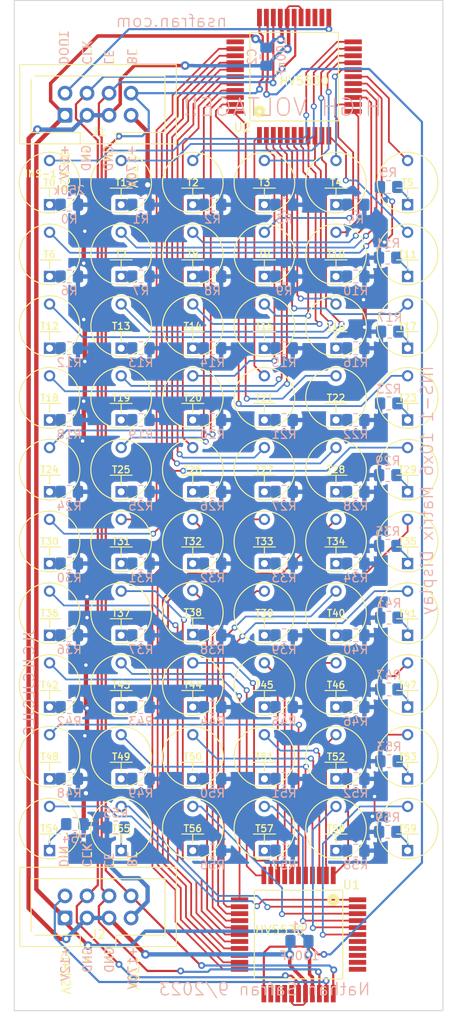
<source format=kicad_pcb>
(kicad_pcb (version 20221018) (generator pcbnew)
  (layers (0 "F.Cu" signal) (31 "B.Cu" signal) (34 "B.Paste" user) (35 "F.Paste" user) (36 "B.SilkS" user "B.Silkscreen") (37 "F.SilkS" user "F.Silkscreen") (38 "B.Mask" user) (39 "F.Mask" user) (44 "Edge.Cuts" user))
  (net 0 "")
  (net 1 "+12V")
  (net 2 "GND")
  (net 3 "+VDC")
  (net 4 "/LE")
  (net 5 "/CLK")
  (net 6 "/BL")
  (net 7 "/D_IN")
  (net 8 "/D_OUT")
  (net 10 "Net-(R5-Pad1)")
  (net 11 "Net-(R6-Pad1)")
  (net 12 "Net-(R7-Pad1)")
  (net 13 "Net-(R8-Pad1)")
  (net 14 "Net-(R9-Pad1)")
  (net 15 "Net-(R10-Pad1)")
  (net 16 "Net-(R11-Pad1)")
  (net 17 "Net-(R12-Pad1)")
  (net 18 "Net-(R13-Pad1)")
  (net 19 "Net-(R14-Pad1)")
  (net 23 "Net-(R15-Pad1)")
  (net 24 "Net-(R16-Pad1)")
  (net 25 "Net-(R17-Pad1)")
  (net 26 "Net-(R18-Pad1)")
  (net 27 "Net-(R19-Pad1)")
  (net 28 "Net-(R20-Pad1)")
  (net 29 "Net-(R21-Pad1)")
  (net 30 "Net-(R22-Pad1)")
  (net 31 "Net-(R23-Pad1)")
  (net 32 "Net-(R24-Pad1)")
  (net 33 "Net-(R25-Pad1)")
  (net 34 "Net-(R26-Pad1)")
  (net 35 "Net-(R27-Pad1)")
  (net 36 "Net-(R28-Pad1)")
  (net 37 "Net-(R29-Pad1)")
  (net 38 "Net-(R30-Pad1)")
  (net 39 "Net-(R31-Pad1)")
  (net 40 "Net-(R32-Pad1)")
  (net 41 "Net-(R33-Pad1)")
  (net 42 "Net-(R34-Pad1)")
  (net 43 "Net-(R35-Pad1)")
  (net 44 "Net-(R36-Pad1)")
  (net 45 "Net-(R37-Pad1)")
  (net 46 "Net-(R38-Pad1)")
  (net 47 "Net-(R39-Pad1)")
  (net 48 "Net-(R40-Pad1)")
  (net 49 "Net-(R41-Pad1)")
  (net 50 "Net-(R42-Pad1)")
  (net 51 "Net-(R43-Pad1)")
  (net 52 "Net-(R44-Pad1)")
  (net 53 "Net-(R45-Pad1)")
  (net 54 "Net-(R46-Pad1)")
  (net 55 "Net-(R47-Pad1)")
  (net 56 "Net-(R48-Pad1)")
  (net 57 "Net-(R49-Pad1)")
  (net 58 "Net-(R50-Pad1)")
  (net 59 "Net-(R51-Pad1)")
  (net 60 "Net-(R52-Pad1)")
  (net 61 "Net-(R53-Pad1)")
  (net 62 "Net-(R54-Pad1)")
  (net 63 "Net-(R55-Pad1)")
  (net 64 "Net-(R56-Pad1)")
  (net 65 "Net-(R57-Pad1)")
  (net 66 "Net-(R58-Pad1)")
  (net 67 "Net-(R59-Pad1)")
  (net 68 "Net-(R0-Pad1)")
  (net 69 "Net-(R1-Pad1)")
  (net 70 "Net-(R2-Pad1)")
  (net 71 "Net-(R3-Pad1)")
  (net 72 "Net-(R4-Pad1)")
  (net 73 "Net-(T5-PadC)")
  (net 74 "Net-(T6-PadC)")
  (net 75 "Net-(T7-PadC)")
  (net 76 "Net-(T8-PadC)")
  (net 77 "Net-(T9-PadC)")
  (net 78 "Net-(T10-PadC)")
  (net 79 "Net-(T11-PadC)")
  (net 80 "Net-(T12-PadC)")
  (net 81 "Net-(T13-PadC)")
  (net 82 "Net-(T14-PadC)")
  (net 83 "Net-(T15-PadC)")
  (net 84 "Net-(T16-PadC)")
  (net 85 "Net-(T17-PadC)")
  (net 86 "Net-(T18-PadC)")
  (net 87 "Net-(T19-PadC)")
  (net 88 "Net-(T20-PadC)")
  (net 89 "Net-(T21-PadC)")
  (net 90 "Net-(T22-PadC)")
  (net 91 "Net-(T23-PadC)")
  (net 92 "Net-(T24-PadC)")
  (net 93 "Net-(T25-PadC)")
  (net 94 "Net-(T26-PadC)")
  (net 95 "Net-(T27-PadC)")
  (net 96 "Net-(T28-PadC)")
  (net 97 "Net-(T29-PadC)")
  (net 98 "Net-(T30-PadC)")
  (net 99 "Net-(T31-PadC)")
  (net 100 "Net-(T32-PadC)")
  (net 101 "Net-(T33-PadC)")
  (net 102 "Net-(T34-PadC)")
  (net 103 "Net-(T35-PadC)")
  (net 104 "Net-(T36-PadC)")
  (net 105 "Net-(T37-PadC)")
  (net 106 "Net-(T38-PadC)")
  (net 107 "Net-(T39-PadC)")
  (net 108 "Net-(T40-PadC)")
  (net 109 "Net-(T41-PadC)")
  (net 110 "Net-(T42-PadC)")
  (net 111 "Net-(T43-PadC)")
  (net 112 "Net-(T44-PadC)")
  (net 113 "Net-(T45-PadC)")
  (net 114 "Net-(T46-PadC)")
  (net 115 "Net-(T47-PadC)")
  (net 116 "Net-(T48-PadC)")
  (net 117 "Net-(T49-PadC)")
  (net 118 "Net-(T50-PadC)")
  (net 119 "Net-(T51-PadC)")
  (net 120 "Net-(T52-PadC)")
  (net 121 "Net-(T53-PadC)")
  (net 122 "Net-(T54-PadC)")
  (net 123 "Net-(T55-PadC)")
  (net 124 "Net-(T56-PadC)")
  (net 125 "Net-(T57-PadC)")
  (net 126 "Net-(T58-PadC)")
  (net 127 "Net-(T59-PadC)")
  (net 128 "Net-(T0-PadC)")
  (net 129 "Net-(U1-D_OUT)")
  (net 130 "Net-(T1-PadC)")
  (net 131 "Net-(T2-PadC)")
  (net 132 "Net-(T3-PadC)")
  (net 133 "Net-(T4-PadC)")
  (footprint "footprints:INS-1" (layer "F.Cu") (at 79.629 133.35 180)
    (fp_text reference "T57")
    (fp_text value "INS-1")
  )
  (footprint "footprints:INS-1" (layer "F.Cu") (at 71.374 75.565 180)
    (fp_text reference "T14")
    (fp_text value "INS-1")
  )
  (footprint "footprints:INS-1" (layer "F.Cu") (at 54.864 125.095 180)
    (fp_text reference "T48")
    (fp_text value "INS-1")
  )
  (footprint "footprints:INS-1" (layer "F.Cu") (at 71.374 125.095 180)
    (fp_text reference "T50")
    (fp_text value "INS-1")
  )
  (footprint "footprints:INS-1" (layer "F.Cu") (at 71.374 116.84 180)
    (fp_text reference "T44")
    (fp_text value "INS-1")
  )
  (footprint "footprints:INS-1" (layer "F.Cu") (at 71.374 133.35 180)
    (fp_text reference "T56")
    (fp_text value "INS-1")
  )
  (footprint "footprints:INS-1" (layer "F.Cu") (at 54.864 83.82 180)
    (fp_text reference "T18")
    (fp_text value "INS-1")
  )
  (footprint "footprints:INS-1" (layer "F.Cu") (at 79.629 108.585 180)
    (fp_text reference "T39")
    (fp_text value "INS-1")
  )
  (footprint "Connector_IDC:IDC-Header_2x04_P2.54mm_Vertical" (layer "F.Cu") (at 56.642 143.637 90)
    (fp_text reference "J2")
    (fp_text value "Conn_02x04_Odd_Even")
  )
  (footprint "footprints:44_PQFP_CORRECTED" (layer "F.Cu") (at 83.566 145.542 180)
    (fp_text reference "U1")
    (fp_text value "HV5530")
  )
  (footprint "footprints:INS-1" (layer "F.Cu") (at 63.119 59.055 180)
    (fp_text reference "T1")
    (fp_text value "INS-1")
  )
  (footprint "footprints:INS-1" (layer "F.Cu") (at 87.884 67.31 180)
    (fp_text reference "T10")
    (fp_text value "INS-1")
  )
  (footprint "MountingHole:MountingHole_3.2mm_M3" (layer "F.Cu") (at 96.7 150.8)
    (fp_text reference "H4" hide)
    (fp_text value "MountingHole")
  )
  (footprint "footprints:INS-1" (layer "F.Cu") (at 96.139 67.31 180)
    (fp_text reference "T11")
    (fp_text value "INS-1")
  )
  (footprint "JLCPCBMounting:MountingHole_1.152mm" (layer "F.Cu") (at 52.578 145.796)
    (fp_text reference "H7" hide)
    (fp_text value "Tooling")
  )
  (footprint "footprints:44_PQFP_CORRECTED" (layer "F.Cu") (at 83.058 46.863)
    (fp_text reference "U2")
    (fp_text value "HV5530")
  )
  (footprint "footprints:INS-1" (layer "F.Cu") (at 63.119 83.82 180)
    (fp_text reference "T19")
    (fp_text value "INS-1")
  )
  (footprint "footprints:INS-1" (layer "F.Cu") (at 79.629 116.84 180)
    (fp_text reference "T45")
    (fp_text value "INS-1")
  )
  (footprint "footprints:INS-1" (layer "F.Cu") (at 87.884 59.055 180)
    (fp_text reference "T4")
    (fp_text value "INS-1")
  )
  (footprint "footprints:INS-1" (layer "F.Cu") (at 54.864 116.84 180)
    (fp_text reference "T42")
    (fp_text value "INS-1")
  )
  (footprint "footprints:INS-1" (layer "F.Cu") (at 71.374 67.31 180)
    (fp_text reference "T8")
    (fp_text value "INS-1")
  )
  (footprint "footprints:INS-1" (layer "F.Cu") (at 54.864 59.055 180)
    (fp_text reference "T0")
    (fp_text value "INS-1")
  )
  (footprint "footprints:INS-1" (layer "F.Cu") (at 87.884 83.82 180)
    (fp_text reference "T22")
    (fp_text value "INS-1")
  )
  (footprint "footprints:INS-1" (layer "F.Cu") (at 96.139 75.565 180)
    (fp_text reference "T17")
    (fp_text value "INS-1")
  )
  (footprint "footprints:INS-1" (layer "F.Cu") (at 87.884 133.35 180)
    (fp_text reference "T58")
    (fp_text value "INS-1")
  )
  (footprint "footprints:INS-1" (layer "F.Cu") (at 63.119 100.33 180)
    (fp_text reference "T31")
    (fp_text value "INS-1")
  )
  (footprint "footprints:INS-1" (layer "F.Cu") (at 96.139 92.075 180)
    (fp_text reference "T29")
    (fp_text value "INS-1")
  )
  (footprint "footprints:INS-1" (layer "F.Cu") (at 96.139 125.095 180)
    (fp_text reference "T53")
    (fp_text value "INS-1")
  )
  (footprint "footprints:INS-1" (layer "F.Cu") (at 79.629 67.31 180)
    (fp_text reference "T9")
    (fp_text value "INS-1")
  )
  (footprint "footprints:INS-1" (layer "F.Cu") (at 96.139 108.585 180)
    (fp_text reference "T41")
    (fp_text value "INS-1")
  )
  (footprint "footprints:INS-1" (layer "F.Cu") (at 79.629 125.095 180)
    (fp_text reference "T51")
    (fp_text value "INS-1")
  )
  (footprint "footprints:INS-1" (layer "F.Cu") (at 87.884 116.84 180)
    (fp_text reference "T46")
    (fp_text value "INS-1")
  )
  (footprint "footprints:INS-1" (layer "F.Cu") (at 79.629 92.075 180)
    (fp_text reference "T27")
    (fp_text value "INS-1")
  )
  (footprint "footprints:INS-1" (layer "F.Cu") (at 54.864 133.35 180)
    (fp_text reference "T54")
    (fp_text value "INS-1")
  )
  (footprint "footprints:INS-1" (layer "F.Cu") (at 87.884 100.33 180)
    (fp_text reference "T34")
    (fp_text value "INS-1")
  )
  (footprint "footprints:INS-1" (layer "F.Cu") (at 87.884 92.075 180)
    (fp_text reference "T28")
    (fp_text value "INS-1")
  )
  (footprint "footprints:INS-1" (layer "F.Cu") (at 96.139 83.82 180)
    (fp_text reference "T23")
    (fp_text value "INS-1")
  )
  (footprint "footprints:INS-1" (layer "F.Cu") (at 87.884 108.585 180)
    (fp_text reference "T40")
    (fp_text value "INS-1")
  )
  (footprint "footprints:INS-1" (layer "F.Cu") (at 79.629 83.82 180)
    (fp_text reference "T21")
    (fp_text value "INS-1")
  )
  (footprint "footprints:INS-1" (layer "F.Cu") (at 87.884 125.095 180)
    (fp_text reference "T52")
    (fp_text value "INS-1")
  )
  (footprint "footprints:INS-1" (layer "F.Cu") (at 79.629 59.055 180)
    (fp_text reference "T3")
    (fp_text value "INS-1")
  )
  (footprint "footprints:INS-1" (layer "F.Cu") (at 71.374 108.505 180)
    (fp_text reference "T38")
    (fp_text value "INS-1")
  )
  (footprint "footprints:INS-1" (layer "F.Cu") (at 54.864 100.33 180)
    (fp_text reference "T30")
    (fp_text value "INS-1")
  )
  (footprint "footprints:INS-1" (layer "F.Cu") (at 63.119 133.35 180)
    (fp_text reference "T55")
    (fp_text value "INS-1")
  )
  (footprint "footprints:INS-1" (layer "F.Cu") (at 96.139 116.84 180)
    (fp_text reference "T47")
    (fp_text value "INS-1")
  )
  (footprint "footprints:INS-1" (layer "F.Cu") (at 79.629 100.33 180)
    (fp_text reference "T33")
    (fp_text value "INS-1")
  )
  (footprint "MountingHole:MountingHole_3.2mm_M3" (layer "F.Cu") (at 54.3 150.8)
    (fp_text reference "H3" hide)
    (fp_text value "MountingHole")
  )
  (footprint "footprints:INS-1" (layer "F.Cu") (at 63.119 116.84 180)
    (fp_text reference "T43")
    (fp_text value "INS-1")
  )
  (footprint "footprints:INS-1" (layer "F.Cu") (at 71.374 100.33 180)
    (fp_text reference "T32")
    (fp_text value "INS-1")
  )
  (footprint "footprints:INS-1" (layer "F.Cu") (at 96.139 133.35 180)
    (fp_text reference "T59")
    (fp_text value "INS-1")
  )
  (footprint "footprints:INS-1" (layer "F.Cu") (at 54.864 92.075 180)
    (fp_text reference "T24")
    (fp_text value "INS-1")
  )
  (footprint "JLCPCBMounting:MountingHole_1.152mm" (layer "F.Cu") (at 52.578 46.609)
    (fp_text reference "H5" hide)
    (fp_text value "Tooling")
  )
  (footprint "footprints:INS-1" (layer "F.Cu") (at 63.119 108.585 180)
    (fp_text reference "T37")
    (fp_text value "INS-1")
  )
  (footprint "MountingHole:MountingHole_3.2mm_M3" (layer "F.Cu") (at 54.3 41.6)
    (fp_text reference "H1" hide)
    (fp_text value "MountingHole")
  )
  (footprint "JLCPCBMounting:MountingHole_1.152mm" (layer "F.Cu") (at 98.425 145.796)
    (fp_text reference "H8" hide)
    (fp_text value "Tooling")
  )
  (footprint "footprints:INS-1" (layer "F.Cu") (at 79.629 75.565 180)
    (fp_text reference "T15")
    (fp_text value "INS-1")
  )
  (footprint "footprints:INS-1" (layer "F.Cu") (at 96.139 59.055 180)
    (fp_text reference "T5")
    (fp_text value "INS-1")
  )
  (footprint "footprints:INS-1" (layer "F.Cu") (at 96.139 100.33 180)
    (fp_text reference "T35")
    (fp_text value "INS-1")
  )
  (footprint "footprints:INS-1" (layer "F.Cu") (at 71.374 83.82 180)
    (fp_text reference "T20")
    (fp_text value "INS-1")
  )
  (footprint "footprints:INS-1" (layer "F.Cu") (at 54.864 108.585 180)
    (fp_text reference "T36")
    (fp_text value "INS-1")
  )
  (footprint "footprints:INS-1" (layer "F.Cu") (at 63.119 75.565 180)
    (fp_text reference "T13")
    (fp_text value "INS-1")
  )
  (footprint "footprints:INS-1" (layer "F.Cu") (at 54.864 67.31 180)
    (fp_text reference "T6")
    (fp_text value "INS-1")
  )
  (footprint "Connector_IDC:IDC-Header_2x04_P2.54mm_Vertical" (layer "F.Cu") (at 56.642 51.308 90)
    (fp_text reference "J1")
    (fp_text value "Conn_02x04_Odd_Even")
  )
  (footprint "footprints:INS-1" (layer "F.Cu") (at 71.374 59.055 180)
    (fp_text reference "T2")
    (fp_text value "INS-1")
  )
  (footprint "footprints:INS-1" (layer "F.Cu") (at 63.119 92.075 180)
    (fp_text reference "T25")
    (fp_text value "INS-1")
  )
  (footprint "footprints:INS-1" (layer "F.Cu") (at 87.884 75.565 180)
    (fp_text reference "T16")
    (fp_text value "INS-1")
  )
  (footprint "MountingHole:MountingHole_3.2mm_M3" (layer "F.Cu") (at 96.7 41.6)
    (fp_text reference "H2" hide)
    (fp_text value "MountingHole")
  )
  (footprint "JLCPCBMounting:MountingHole_1.152mm" (layer "F.Cu") (at 98.425 46.609)
    (fp_text reference "H6" hide)
    (fp_text value "Tooling")
  )
  (footprint "footprints:INS-1" (layer "F.Cu") (at 63.119 125.095 180)
    (fp_text reference "T49")
    (fp_text value "INS-1")
  )
  (footprint "footprints:INS-1" (layer "F.Cu") (at 63.119 67.31 180)
    (fp_text reference "T7")
    (fp_text value "INS-1")
  )
  (footprint "footprints:INS-1" (layer "F.Cu") (at 71.374 92.075 180)
    (fp_text reference "T26")
    (fp_text value "INS-1")
  )
  (footprint "footprints:INS-1" (layer "F.Cu") (at 54.864 75.565 180)
    (fp_text reference "T12")
    (fp_text value "INS-1")
  )
  (footprint "Resistor_SMD:R_0805_2012Metric_Pad1.20x1.40mm_HandSolder" (layer "B.Cu") (at 57.134 94.615)
    (fp_text reference "R24")
    (fp_text value "250k")
  )
  (footprint "Resistor_SMD:R_0805_2012Metric_Pad1.20x1.40mm_HandSolder" (layer "B.Cu") (at 93.853 100.838 180)
    (fp_text reference "R35")
    (fp_text value "250k")
  )
  (footprint "Resistor_SMD:R_0805_2012Metric_Pad1.20x1.40mm_HandSolder" (layer "B.Cu") (at 90.154 127.635)
    (fp_text reference "R52")
    (fp_text value "250k")
  )
  (footprint "Resistor_SMD:R_0805_2012Metric_Pad1.20x1.40mm_HandSolder" (layer "B.Cu") (at 65.389 69.85)
    (fp_text reference "R7")
    (fp_text value "250k")
  )
  (footprint "Resistor_SMD:R_0805_2012Metric_Pad1.20x1.40mm_HandSolder" (layer "B.Cu") (at 73.644 69.85)
    (fp_text reference "R8")
    (fp_text value "250k")
  )
  (footprint "Resistor_SMD:R_0805_2012Metric_Pad1.20x1.40mm_HandSolder" (layer "B.Cu") (at 90.154 111.125)
    (fp_text reference "R40")
    (fp_text value "250k")
  )
  (footprint "Resistor_SMD:R_0805_2012Metric_Pad1.20x1.40mm_HandSolder" (layer "B.Cu") (at 65.389 78.105)
    (fp_text reference "R13")
    (fp_text value "250k")
  )
  (footprint "Resistor_SMD:R_0805_2012Metric_Pad1.20x1.40mm_HandSolder" (layer "B.Cu") (at 57.134 127.635)
    (fp_text reference "R48")
    (fp_text value "250k")
  )
  (footprint "Resistor_SMD:R_0805_2012Metric_Pad1.20x1.40mm_HandSolder" (layer "B.Cu") (at 65.389 127.635)
    (fp_text reference "R49")
    (fp_text value "250k")
  )
  (footprint "Resistor_SMD:R_0805_2012Metric_Pad1.20x1.40mm_HandSolder" (layer "B.Cu") (at 93.98 109.093 180)
    (fp_text reference "R41")
    (fp_text value "250k")
  )
  (footprint "Capacitor_SMD:C_0805_2012Metric_Pad1.18x1.45mm_HandSolder" (layer "B.Cu") (at 83.6715 146.304 180)
    (fp_text reference "C1")
    (fp_text value "100nF")
  )
  (footprint "Resistor_SMD:R_0805_2012Metric_Pad1.20x1.40mm_HandSolder" (layer "B.Cu") (at 57.134 78.105)
    (fp_text reference "R12")
    (fp_text value "250k")
  )
  (footprint "Resistor_SMD:R_0805_2012Metric_Pad1.20x1.40mm_HandSolder" (layer "B.Cu") (at 57.134 69.85)
    (fp_text reference "R6")
    (fp_text value "250k")
  )
  (footprint "Resistor_SMD:R_0805_2012Metric_Pad1.20x1.40mm_HandSolder" (layer "B.Cu") (at 93.854 92.705 180)
    (fp_text reference "R29")
    (fp_text value "250k")
  )
  (footprint "Resistor_SMD:R_0805_2012Metric_Pad1.20x1.40mm_HandSolder" (layer "B.Cu") (at 73.644 135.89)
    (fp_text reference "R56")
    (fp_text value "250k")
  )
  (footprint "Resistor_SMD:R_0805_2012Metric_Pad1.20x1.40mm_HandSolder" (layer "B.Cu") (at 62.5 133.223 180)
    (fp_text reference "R55")
    (fp_text value "250k")
  )
  (footprint "Resistor_SMD:R_0805_2012Metric_Pad1.20x1.40mm_HandSolder" (layer "B.Cu") (at 81.899 135.89)
    (fp_text reference "R57")
    (fp_text value "250k")
  )
  (footprint "Resistor_SMD:R_0805_2012Metric_Pad1.20x1.40mm_HandSolder" (layer "B.Cu") (at 57.134 86.36)
    (fp_text reference "R18")
    (fp_text value "250k")
  )
  (footprint "Resistor_SMD:R_0805_2012Metric_Pad1.20x1.40mm_HandSolder" (layer "B.Cu") (at 93.949 59.558 180)
    (fp_text reference "R5")
    (fp_text value "250k")
  )
  (footprint "Resistor_SMD:R_0805_2012Metric_Pad1.20x1.40mm_HandSolder" (layer "B.Cu") (at 81.899 94.615)
    (fp_text reference "R27")
    (fp_text value "250k")
  )
  (footprint "Resistor_SMD:R_0805_2012Metric_Pad1.20x1.40mm_HandSolder" (layer "B.Cu") (at 90.154 102.87)
    (fp_text reference "R34")
    (fp_text value "250k")
  )
  (footprint "Resistor_SMD:R_0805_2012Metric_Pad1.20x1.40mm_HandSolder" (layer "B.Cu") (at 93.996 125.603 180)
    (fp_text reference "R53")
    (fp_text value "250k")
  )
  (footprint "Resistor_SMD:R_0805_2012Metric_Pad1.20x1.40mm_HandSolder" (layer "B.Cu") (at 94.076 76.195 180)
    (fp_text reference "R17")
    (fp_text value "250k")
  )
  (footprint "Resistor_SMD:R_0805_2012Metric_Pad1.20x1.40mm_HandSolder" (layer "B.Cu") (at 65.389 111.125)
    (fp_text reference "R37")
    (fp_text value "250k")
  )
  (footprint "Resistor_SMD:R_0805_2012Metric_Pad1.20x1.40mm_HandSolder" (layer "B.Cu") (at 81.899 102.87)
    (fp_text reference "R33")
    (fp_text value "250k")
  )
  (footprint "Resistor_SMD:R_0805_2012Metric_Pad1.20x1.40mm_HandSolder" (layer "B.Cu") (at 65.389 119.38)
    (fp_text reference "R43")
    (fp_text value "250k")
  )
  (footprint "Resistor_SMD:R_0805_2012Metric_Pad1.20x1.40mm_HandSolder" (layer "B.Cu") (at 81.899 61.595)
    (fp_text reference "R3")
    (fp_text value "250k")
  )
  (footprint "Resistor_SMD:R_0805_2012Metric_Pad1.20x1.40mm_HandSolder" (layer "B.Cu") (at 65.389 86.36)
    (fp_text reference "R19")
    (fp_text value "250k")
  )
  (footprint "Resistor_SMD:R_0805_2012Metric_Pad1.20x1.40mm_HandSolder" (layer "B.Cu") (at 81.899 111.125)
    (fp_text reference "R39")
    (fp_text value "250k")
  )
  (footprint "Resistor_SMD:R_0805_2012Metric_Pad1.20x1.40mm_HandSolder" (layer "B.Cu") (at 81.899 127.635)
    (fp_text reference "R51")
    (fp_text value "250k")
  )
  (footprint "Resistor_SMD:R_0805_2012Metric_Pad1.20x1.40mm_HandSolder" (layer "B.Cu") (at 90.154 86.36)
    (fp_text reference "R22")
    (fp_text value "250k")
  )
  (footprint "Resistor_SMD:R_0805_2012Metric_Pad1.20x1.40mm_HandSolder" (layer "B.Cu") (at 93.853 133.731 180)
    (fp_text reference "R59")
    (fp_text value "250k")
  )
  (footprint "Resistor_SMD:R_0805_2012Metric_Pad1.20x1.40mm_HandSolder" (layer "B.Cu") (at 65.389 61.595)
    (fp_text reference "R1")
    (fp_text value "250k")
  )
  (footprint "Resistor_SMD:R_0805_2012Metric_Pad1.20x1.40mm_HandSolder" (layer "B.Cu") (at 73.644 111.125)
    (fp_text reference "R38")
    (fp_text value "250k")
  )
  (footprint "Resistor_SMD:R_0805_2012Metric_Pad1.20x1.40mm_HandSolder" (layer "B.Cu") (at 93.965 84.45 180)
    (fp_text reference "R23")
    (fp_text value "250k")
  )
  (footprint "Resistor_SMD:R_0805_2012Metric_Pad1.20x1.40mm_HandSolder" (layer "B.Cu") (at 81.899 119.38)
    (fp_text reference "R45")
    (fp_text value "250k")
  )
  (footprint "Resistor_SMD:R_0805_2012Metric_Pad1.20x1.40mm_HandSolder" (layer "B.Cu") (at 73.644 61.595)
    (fp_text reference "R2")
    (fp_text value "250k")
  )
  (footprint "Resistor_SMD:R_0805_2012Metric_Pad1.20x1.40mm_HandSolder" (layer "B.Cu") (at 93.838 67.686 180)
    (fp_text reference "R11")
    (fp_text value "250k")
  )
  (footprint "Resistor_SMD:R_0805_2012Metric_Pad1.20x1.40mm_HandSolder" (layer "B.Cu") (at 90.154 135.89)
    (fp_text reference "R58")
    (fp_text value "250k")
  )
  (footprint "Resistor_SMD:R_0805_2012Metric_Pad1.20x1.40mm_HandSolder" (layer "B.Cu") (at 73.644 127.635)
    (fp_text reference "R50")
    (fp_text value "250k")
  )
  (footprint "Resistor_SMD:R_0805_2012Metric_Pad1.20x1.40mm_HandSolder" (layer "B.Cu") (at 90.154 94.615)
    (fp_text reference "R28")
    (fp_text value "250k")
  )
  (footprint "Resistor_SMD:R_0805_2012Metric_Pad1.20x1.40mm_HandSolder" (layer "B.Cu") (at 93.98 117.348 180)
    (fp_text reference "R47")
    (fp_text value "250k")
  )
  (footprint "Resistor_SMD:R_0805_2012Metric_Pad1.20x1.40mm_HandSolder" (layer "B.Cu") (at 57.134 102.87)
    (fp_text reference "R30")
    (fp_text value "250k")
  )
  (footprint "Resistor_SMD:R_0805_2012Metric_Pad1.20x1.40mm_HandSolder" (layer "B.Cu") (at 73.644 94.615)
    (fp_text reference "R26")
    (fp_text value "250k")
  )
  (footprint "Resistor_SMD:R_0805_2012Metric_Pad1.20x1.40mm_HandSolder" (layer "B.Cu") (at 81.899 78.105)
    (fp_text reference "R15")
    (fp_text value "250k")
  )
  (footprint "Resistor_SMD:R_0805_2012Metric_Pad1.20x1.40mm_HandSolder" (layer "B.Cu") (at 65.389 102.87)
    (fp_text reference "R31")
    (fp_text value "250k")
  )
  (footprint "Resistor_SMD:R_0805_2012Metric_Pad1.20x1.40mm_HandSolder" (layer "B.Cu") (at 73.644 86.36)
    (fp_text reference "R20")
    (fp_text value "250k")
  )
  (footprint "Resistor_SMD:R_0805_2012Metric_Pad1.20x1.40mm_HandSolder" (layer "B.Cu") (at 81.899 86.36)
    (fp_text reference "R21")
    (fp_text value "250k")
  )
  (footprint "Resistor_SMD:R_0805_2012Metric_Pad1.20x1.40mm_HandSolder" (layer "B.Cu") (at 57.785 132.842)
    (fp_text reference "R54")
    (fp_text value "250k")
  )
  (footprint "Resistor_SMD:R_0805_2012Metric_Pad1.20x1.40mm_HandSolder" (layer "B.Cu") (at 65.389 94.615)
    (fp_text reference "R25")
    (fp_text value "250k")
  )
  (footprint "Resistor_SMD:R_0805_2012Metric_Pad1.20x1.40mm_HandSolder" (layer "B.Cu") (at 90.154 119.38)
    (fp_text reference "R46")
    (fp_text value "250k")
  )
  (footprint "Resistor_SMD:R_0805_2012Metric_Pad1.20x1.40mm_HandSolder" (layer "B.Cu") (at 73.644 102.87)
    (fp_text reference "R32")
    (fp_text value "250k")
  )
  (footprint "Resistor_SMD:R_0805_2012Metric_Pad1.20x1.40mm_HandSolder" (layer "B.Cu") (at 57.134 119.38)
    (fp_text reference "R42")
    (fp_text value "250k")
  )
  (footprint "Resistor_SMD:R_0805_2012Metric_Pad1.20x1.40mm_HandSolder" (layer "B.Cu") (at 90.154 69.85)
    (fp_text reference "R10")
    (fp_text value "250k")
  )
  (footprint "Resistor_SMD:R_0805_2012Metric_Pad1.20x1.40mm_HandSolder" (layer "B.Cu") (at 90.154 78.105)
    (fp_text reference "R16")
    (fp_text value "250k")
  )
  (footprint "Resistor_SMD:R_0805_2012Metric_Pad1.20x1.40mm_HandSolder" (layer "B.Cu") (at 57.134 111.125)
    (fp_text reference "R36")
    (fp_text value "250k")
  )
  (footprint "Capacitor_SMD:C_0805_2012Metric_Pad1.18x1.45mm_HandSolder" (layer "B.Cu") (at 79.883 44.577 -90)
    (fp_text reference "C2")
    (fp_text value "100nF")
  )
  (footprint "Resistor_SMD:R_0805_2012Metric_Pad1.20x1.40mm_HandSolder" (layer "B.Cu") (at 57.134 61.595)
    (fp_text reference "R0")
    (fp_text value "250k")
  )
  (footprint "Resistor_SMD:R_0805_2012Metric_Pad1.20x1.40mm_HandSolder" (layer "B.Cu") (at 81.899 69.85)
    (fp_text reference "R9")
    (fp_text value "250k")
  )
  (footprint "Resistor_SMD:R_0805_2012Metric_Pad1.20x1.40mm_HandSolder" (layer "B.Cu") (at 73.644 119.38)
    (fp_text reference "R44")
    (fp_text value "250k")
  )
  (footprint "Resistor_SMD:R_0805_2012Metric_Pad1.20x1.40mm_HandSolder" (layer "B.Cu") (at 73.644 78.105)
    (fp_text reference "R14")
    (fp_text value "250k")
  )
  (footprint "Resistor_SMD:R_0805_2012Metric_Pad1.20x1.40mm_HandSolder" (layer "B.Cu") (at 90.154 61.595)
    (fp_text reference "R4")
    (fp_text value "250k")
  )
  (gr_line (start 50.8 38.1) (end 50.8 154.305) (stroke (width 0.1)) (layer "Edge.Cuts"))
  (gr_line (start 100.203 38.1) (end 50.8 38.1) (stroke (width 0.1)) (layer "Edge.Cuts"))
  (gr_line (start 50.8 154.305) (end 100.203 154.305) (stroke (width 0.1)) (layer "Edge.Cuts"))
  (gr_line (start 100.203 154.305) (end 100.203 38.1) (stroke (width 0.1)) (layer "Edge.Cuts"))
  (gr_text "Nathan Safran 9/2023" (at 91.948 152.654) (layer "B.SilkS") (effects (font (size 1.4 1.4)) (justify left bottom mirror)))
  (gr_text "+170V" (at 64.897 54.61 90) (layer "B.SilkS") (effects (font (size 1 1)) (justify left bottom mirror)))
  (gr_text "CLK" (at 58.547 137.922 270) (layer "B.SilkS") (effects (font (size 1 1)) (justify left bottom mirror)))
  (gr_text "GND" (at 59.817 146.812 90) (layer "B.SilkS") (effects (font (size 1 1)) (justify left bottom mirror)))
  (gr_text "GND" (at 62.23 54.61 90) (layer "B.SilkS") (effects (font (size 1 1)) (justify left bottom mirror)))
  (gr_text "BL" (at 63.754 137.922 270) (layer "B.SilkS") (effects (font (size 1 1)) (justify left bottom mirror)))
  (gr_text "nsafran.com" (at 75.438 41.275) (layer "B.SilkS") (effects (font (size 1.4 1.4)) (justify left bottom mirror)))
  (gr_text "DOUT" (at 55.88 45.593 270) (layer "B.SilkS") (effects (font (size 1 1)) (justify left bottom mirror)))
  (gr_text "GND" (at 62.357 146.812 90) (layer "B.SilkS") (effects (font (size 1 1)) (justify left bottom mirror)))
  (gr_text "+12V" (at 57.277 146.812 -270) (layer "B.SilkS") (effects (font (size 1 1)) (justify left bottom mirror)))
  (gr_text "LE" (at 61.087 45.593 270) (layer "B.SilkS") (effects (font (size 1 1)) (justify left bottom mirror)))
  (gr_text "BL" (at 63.754 45.593 270) (layer "B.SilkS") (effects (font (size 1 1)) (justify left bottom mirror)))
  (gr_text "JLCJLCJLCJLC" (at 53.213 110.236 90) (layer "B.SilkS") (effects (font (size 1.2 1.2)) (justify left bottom mirror)))
  (gr_text "LE" (at 61.087 137.922 270) (layer "B.SilkS") (effects (font (size 1 1)) (justify left bottom mirror)))
  (gr_text "HIGH VOLTAGE!!" (at 93.345 51.562) (layer "B.SilkS") (effects (font (size 2 2)) (justify left bottom mirror)))
  (gr_text "CLK" (at 58.547 45.593 270) (layer "B.SilkS") (effects (font (size 1 1)) (justify left bottom mirror)))
  (gr_text "+12V" (at 57.15 54.61 -270) (layer "B.SilkS") (effects (font (size 1 1)) (justify left bottom mirror)))
  (gr_text "DIN" (at 55.88 137.922 -90) (layer "B.SilkS") (effects (font (size 1 1)) (justify left bottom mirror)))
  (gr_text "+170V" (at 65.024 146.812 90) (layer "B.SilkS") (effects (font (size 1 1)) (justify left bottom mirror)))
  (gr_text "GND" (at 59.69 54.61 90) (layer "B.SilkS") (effects (font (size 1 1)) (justify left bottom mirror)))
  (gr_text "INS-1 10x6 Matrix Display" (at 99.187 80.01 90) (layer "B.SilkS") (effects (font (size 1.4 1.4)) (justify left bottom mirror)))
  (gr_text "BL" (at 65.024 45.593 -270) (layer "F.SilkS") (effects (font (size 1 1)) (justify left bottom)))
  (gr_text "+12V" (at 56.142 148.317 270) (layer "F.SilkS") (effects (font (size 1 1)) (justify left bottom)))
  (gr_text "CLK" (at 59.817 137.922 -270) (layer "F.SilkS") (effects (font (size 1 1)) (justify left bottom)))
  (gr_text "GND" (at 58.42 54.61 270) (layer "F.SilkS") (effects (font (size 1 1)) (justify left bottom)))
  (gr_text "BL" (at 65.024 137.922 -270) (layer "F.SilkS") (effects (font (size 1 1)) (justify left bottom)))
  (gr_text "LE" (at 62.357 45.593 -270) (layer "F.SilkS") (effects (font (size 1 1)) (justify left bottom)))
  (gr_text "LE" (at 62.357 137.922 -270) (layer "F.SilkS") (effects (font (size 1 1)) (justify left bottom)))
  (gr_text "DIN" (at 57.15 137.922 90) (layer "F.SilkS") (effects (font (size 1 1)) (justify left bottom)))
  (gr_text "CLK" (at 59.817 45.593 -270) (layer "F.SilkS") (effects (font (size 1 1)) (justify left bottom)))
  (gr_text "DOUT" (at 57.15 45.593 90) (layer "F.SilkS") (effects (font (size 1 1)) (justify left bottom)))
  (gr_text "GND" (at 60.96 54.61 -90) (layer "F.SilkS") (effects (font (size 1 1)) (justify left bottom)))
  (gr_text "+170V" (at 64.008 146.812 -90) (layer "F.SilkS") (effects (font (size 1 1)) (justify left bottom)))
  (gr_text "+170V" (at 63.881 54.61 -90) (layer "F.SilkS") (effects (font (size 1 1)) (justify left bottom)))
  (gr_text "+12V" (at 56.015 56.115 270) (layer "F.SilkS") (effects (font (size 1 1)) (justify left bottom)))
  (gr_text "GND" (at 58.547 146.812 270) (layer "F.SilkS") (effects (font (size 1 1)) (justify left bottom)))
  (gr_text "GND" (at 61.087 146.812 -90) (layer "F.SilkS") (effects (font (size 1 1)) (justify left bottom)))
  (segment (start 53.34 54.61) (end 56.642 51.308) (width 0.5) (layer "F.Cu") (net 1))
  (segment (start 60.428 42.188) (end 54.991 47.625) (width 0.4) (layer "F.Cu") (net 1))
  (segment (start 84.836 148.279) (end 84.836 150.114) (width 0.4) (layer "F.Cu") (net 1))
  (segment (start 81.661 42.477632) (end 81.661 41.549528) (width 0.4) (layer "F.Cu") (net 1))
  (segment (start 84.836 148.279) (end 84.836 147.97802) (width 0.4) (layer "F.Cu") (net 1))
  (segment (start 78.613 42.527133) (end 78.273867 42.188) (width 0.4) (layer "F.Cu") (net 1))
  (segment (start 85.166 150.444) (end 85.166 152.342) (width 0.4) (layer "F.Cu") (net 1))
  (segment (start 84.836 150.114) (end 85.166 150.444) (width 0.4) (layer "F.Cu") (net 1))
  (segment (start 84.836 147.97802) (end 84.69749 147.83951) (width 0.4) (layer "F.Cu") (net 1))
  (segment (start 78.273867 42.188) (end 60.428 42.188) (width 0.4) (layer "F.Cu") (net 1))
  (segment (start 54.991 49.657) (end 56.642 51.308) (width 0.4) (layer "F.Cu") (net 1))
  (segment (start 56.642 143.637) (end 53.34 140.335) (width 0.5) (layer "F.Cu") (net 1))
  (segment (start 81.5235 42.615132) (end 81.661 42.477632) (width 0.4) (layer "F.Cu") (net 1))
  (segment (start 59.309 146.812) (end 56.642 144.145) (width 0.4) (layer "F.Cu") (net 1))
  (segment (start 54.991 47.625) (end 54.991 49.657) (width 0.4) (layer "F.Cu") (net 1))
  (segment (start 56.642 144.145) (end 56.642 143.637) (width 0.4) (layer "F.Cu") (net 1))
  (segment (start 53.34 140.335) (end 53.34 54.61) (width 0.5) (layer "F.Cu") (net 1))
  (segment (start 81.458 41.346528) (end 81.458 40.063) (width 0.4) (layer "F.Cu") (net 1))
  (segment (start 81.661 41.549528) (end 81.458 41.346528) (width 0.4) (layer "F.Cu") (net 1))
  (via (at 84.69749 147.83951) (size 1) (drill 0.5) (layers "F.Cu" "B.Cu") (net 1))
  (via (at 59.309 146.812) (size 1) (drill 0.5) (layers "F.Cu" "B.Cu") (net 1))
  (via (at 81.5235 42.615132) (size 1) (drill 0.5) (layers "F.Cu" "B.Cu") (net 1))
  (via (at 78.613 42.527133) (size 1) (drill 0.5) (layers "F.Cu" "B.Cu") (net 1))
  (segment (start 84.69749 146.31551) (end 84.709 146.304) (width 0.4) (layer "B.Cu") (net 1))
  (segment (start 83.566 145.161) (end 65.913 145.161) (width 0.4) (layer "B.Cu") (net 1))
  (segment (start 80.807368 42.615132) (end 79.883 43.5395) (width 0.4) (layer "B.Cu") (net 1))
  (segment (start 64.262 146.812) (end 59.309 146.812) (width 0.4) (layer "B.Cu") (net 1))
  (segment (start 78.613 42.527133) (end 78.870633 42.527133) (width 0.4) (layer "B.Cu") (net 1))
  (segment (start 83.566 145.161) (end 84.709 146.304) (width 0.4) (layer "B.Cu") (net 1))
  (segment (start 78.870633 42.527133) (end 79.883 43.5395) (width 0.4) (layer "B.Cu") (net 1))
  (segment (start 84.69749 147.83951) (end 84.69749 146.31551) (width 0.4) (layer "B.Cu") (net 1))
  (segment (start 65.913 145.161) (end 64.262 146.812) (width 0.4) (layer "B.Cu") (net 1))
  (segment (start 81.5235 42.615132) (end 80.807368 42.615132) (width 0.4) (layer "B.Cu") (net 1))
  (segment (start 70.485 45.593) (end 64.643 45.593) (width 0.4) (layer "F.Cu") (net 2))
  (segment (start 82.258 38.989) (end 82.258 40.063) (width 0.2) (layer "F.Cu") (net 2))
  (segment (start 83.03 153.642) (end 84.102 153.642) (width 0.2) (layer "F.Cu") (net 2))
  (segment (start 82.423 43.561) (end 82.423 41.463) (width 0.4) (layer "F.Cu") (net 2))
  (segment (start 83.594 38.763) (end 82.484 38.763) (width 0.2) (layer "F.Cu") (net 2))
  (segment (start 82.55 149.098) (end 82.55 147.828) (width 0.4) (layer "F.Cu") (net 2))
  (segment (start 65.913 147.828) (end 61.722 143.637) (width 0.5) (layer "F.Cu") (net 2))
  (segment (start 83.858 40.063) (end 83.858 39.027) (width 0.2) (layer "F.Cu") (net 2))
  (segment (start 63.012 50.018) (end 63.012 47.224) (width 0.4) (layer "F.Cu") (net 2))
  (segment (start 82.296 43.688) (end 82.423 43.561) (width 0.4) (layer "F.Cu") (net 2))
  (segment (start 63.012 47.224) (end 64.643 45.593) (width 0.4) (layer "F.Cu") (net 2))
  (segment (start 61.722 51.308) (end 63.012 50.018) (width 0.4) (layer "F.Cu") (net 2))
  (segment (start 83.858 39.027) (end 83.594 38.763) (width 0.2) (layer "F.Cu") (net 2))
  (segment (start 82.484 38.763) (end 82.258 38.989) (width 0.2) (layer "F.Cu") (net 2))
  (segment (start 82.677 149.225) (end 82.55 149.098) (width 0.4) (layer "F.Cu") (net 2))
  (segment (start 82.423 41.463) (end 82.258 41.298) (width 0.4) (layer "F.Cu") (net 2))
  (segment (start 82.766 152.342) (end 82.766 153.378) (width 0.2) (layer "F.Cu") (net 2))
  (segment (start 84.366 153.378) (end 84.366 152.342) (width 0.2) (layer "F.Cu") (net 2))
  (segment (start 84.366 150.914) (end 84.366 152.342) (width 0.4) (layer "F.Cu") (net 2))
  (segment (start 52.451 142.494) (end 52.451 53.975) (width 0.5) (layer "F.Cu") (net 2))
  (segment (start 84.366 150.914) (end 82.677 149.225) (width 0.4) (layer "F.Cu") (net 2))
  (segment (start 84.102 153.642) (end 84.366 153.378) (width 0.2) (layer "F.Cu") (net 2))
  (segment (start 82.766 153.378) (end 83.03 153.642) (width 0.2) (layer "F.Cu") (net 2))
  (segment (start 56.78051 146.03849) (end 55.99549 146.03849) (width 0.5) (layer "F.Cu") (net 2))
  (segment (start 82.258 41.298) (end 82.258 40.063) (width 0.4) (layer "F.Cu") (net 2))
  (segment (start 52.451 53.975) (end 53.467 52.959) (width 0.5) (layer "F.Cu") (net 2))
  (segment (start 55.99549 146.03849) (end 52.451 142.494) (width 0.5) (layer "F.Cu") (net 2))
  (via (at 53.467 52.959) (size 1) (drill 0.5) (layers "F.Cu" "B.Cu") (net 2))
  (via (at 65.913 147.828) (size 1) (drill 0.5) (layers "F.Cu" "B.Cu") (net 2))
  (via (at 82.296 43.688) (size 1) (drill 0.5) (layers "F.Cu" "B.Cu") (net 2))
  (via (at 56.78051 146.03849) (size 1) (drill 0.5) (layers "F.Cu" "B.Cu") (net 2))
  (via (at 70.485 45.593) (size 1) (drill 0.5) (layers "F.Cu" "B.Cu") (net 2))
  (via (at 82.55 147.828) (size 1) (drill 0.5) (layers "F.Cu" "B.Cu") (net 2))
  (segment (start 82.55 147.828) (end 82.55 146.388) (width 0.4) (layer "B.Cu") (net 2))
  (segment (start 53.467 52.959) (end 57.531 52.959) (width 0.5) (layer "B.Cu") (net 2))
  (segment (start 82.55 146.388) (end 82.634 146.304) (width 0.4) (layer "B.Cu") (net 2))
  (segment (start 71.4795 45.6145) (end 71.458 45.593) (width 0.4) (layer "B.Cu") (net 2))
  (segment (start 71.458 45.593) (end 70.485 45.593) (width 0.4) (layer "B.Cu") (net 2))
  (segment (start 71.4795 45.6145) (end 79.883 45.6145) (width 0.4) (layer "B.Cu") (net 2))
  (segment (start 57.531 52.959) (end 59.182 51.308) (width 0.5) (layer "B.Cu") (net 2))
  (segment (start 81.8095 43.688) (end 79.883 45.6145) (width 0.4) (layer "B.Cu") (net 2))
  (segment (start 59.182 143.637) (end 61.722 143.637) (width 0.5) (layer "B.Cu") (net 2))
  (segment (start 56.78051 146.03849) (end 59.182 143.637) (width 0.5) (layer "B.Cu") (net 2))
  (segment (start 82.296 43.688) (end 81.8095 43.688) (width 0.4) (layer "B.Cu") (net 2))
  (segment (start 65.926 147.828) (end 82.55 147.828) (width 0.5) (layer "B.Cu") (net 2))
  (segment (start 65.926 147.828) (end 65.913 147.828) (width 0.5) (layer "B.Cu") (net 2))
  (segment (start 59.182 51.308) (end 61.722 51.308) (width 0.5) (layer "B.Cu") (net 2))
  (segment (start 59.055 129.286) (end 58.801 129.54) (width 0.5) (layer "F.Cu") (net 3))
  (segment (start 91.186 75.692) (end 91.186 72.644) (width 0.5) (layer "F.Cu") (net 3))
  (segment (start 58.801 88.646) (end 58.801 84.201) (width 0.5) (layer "F.Cu") (net 3))
  (segment (start 58.801 68.326) (end 58.801 64.77) (width 0.5) (layer "F.Cu") (net 3))
  (segment (start 58.928 84.074) (end 58.801 84.201) (width 0.2) (layer "F.Cu") (net 3))
  (segment (start 92.329 131.699) (end 92.075 131.953) (width 0.2) (layer "F.Cu") (net 3))
  (segment (start 94.361 65.024) (end 93.472 65.913) (width 0.2) (layer "F.Cu") (net 3))
  (segment (start 59.055 114.554) (end 59.055 119.38) (width 0.5) (layer "F.Cu") (net 3))
  (segment (start 58.801 129.54) (end 58.801 134.62) (width 0.5) (layer "F.Cu") (net 3))
  (segment (start 91.186 72.644) (end 91.059 72.517) (width 0.2) (layer "F.Cu") (net 3))
  (segment (start 58.928 74.93) (end 58.801 74.803) (width 0.2) (layer "F.Cu") (net 3))
  (segment (start 94.361 61.214) (end 94.361 65.024) (width 0.2) (layer "F.Cu") (net 3))
  (segment (start 58.928 122.682) (end 59.182 122.428) (width 0.2) (layer "F.Cu") (net 3))
  (segment (start 58.801 64.77) (end 58.928 64.643) (width 0.2) (layer "F.Cu") (net 3))
  (segment (start 66.167 53.213) (end 66.167 59.309) (width 0.5) (layer "F.Cu") (net 3))
  (segment (start 58.928 79.629) (end 58.928 84.074) (width 0.5) (layer "F.Cu") (net 3))
  (segment (start 64.262 51.308) (end 66.167 53.213) (width 0.5) (layer "F.Cu") (net 3))
  (segment (start 58.674 88.773) (end 58.801 88.646) (width 0.2) (layer "F.Cu") (net 3))
  (segment (start 59.055 119.38) (end 59.182 119.507) (width 0.2) (layer "F.Cu") (net 3))
  (segment (start 92.329 129.667) (end 92.329 131.699) (width 0.2) (layer "F.Cu") (net 3))
  (segment (start 59.182 122.428) (end 59.182 119.507) (width 0.5) (layer "F.Cu") (net 3))
  (segment (start 59.182 109.093) (end 59.182 106.68) (width 0.5) (layer "F.Cu") (net 3))
  (segment (start 58.928 79.629) (end 58.928 74.93) (width 0.5) (layer "F.Cu") (net 3))
  (via (at 59.055 114.554) (size 0.8) (drill 0.4) (layers "F.Cu" "B.Cu") (net 3))
  (via (at 92.329 129.667) (size 0.8) (drill 0.4) (layers "F.Cu" "B.Cu") (net 3))
  (via (at 91.186 75.692) (size 0.8) (drill 0.4) (layers "F.Cu" "B.Cu") (net 3))
  (via (at 59.182 119.507) (size 0.8) (drill 0.4) (layers "F.Cu" "B.Cu") (net 3))
  (via (at 58.801 134.62) (size 1) (drill 0.5) (layers "F.Cu" "B.Cu") (net 3))
  (via (at 93.472 65.913) (size 0.7) (drill 0.4) (layers "F.Cu" "B.Cu") (net 3))
  (via (at 59.055 129.286) (size 1) (drill 0.5) (layers "F.Cu" "B.Cu") (net 3))
  (via (at 66.167 59.309) (size 1) (drill 0.6) (layers "F.Cu" "B.Cu") (net 3))
  (via (at 58.801 74.803) (size 0.8) (drill 0.4) (layers "F.Cu" "B.Cu") (net 3))
  (via (at 91.059 72.517) (size 0.8) (drill 0.4) (layers "F.Cu" "B.Cu") (net 3))
  (via (at 58.928 64.643) (size 0.8) (drill 0.4) (layers "F.Cu" "B.Cu") (net 3))
  (via (at 59.182 109.093) (size 0.8) (drill 0.4) (layers "F.Cu" "B.Cu") (net 3))
  (via (at 59.182 106.68) (size 0.8) (drill 0.4) (layers "F.Cu" "B.Cu") (net 3))
  (via (at 92.075 131.953) (size 0.8) (drill 0.4) (layers "F.Cu" "B.Cu") (net 3))
  (via (at 58.801 68.326) (size 0.8) (drill 0.4) (layers "F.Cu" "B.Cu") (net 3))
  (via (at 94.361 61.214) (size 0.7) (drill 0.4) (layers "F.Cu" "B.Cu") (net 3))
  (via (at 58.928 79.629) (size 0.8) (drill 0.4) (layers "F.Cu" "B.Cu") (net 3))
  (via (at 58.801 84.201) (size 0.8) (drill 0.4) (layers "F.Cu" "B.Cu") (net 3))
  (via (at 58.928 122.682) (size 0.8) (drill 0.4) (layers "F.Cu" "B.Cu") (net 3))
  (via (at 58.674 88.773) (size 0.8) (drill 0.4) (layers "F.Cu" "B.Cu") (net 3))
  (segment (start 65.151 139.065) (end 66.167 140.081) (width 0.5) (layer "B.Cu") (net 3))
  (segment (start 92.949 59.802) (end 94.361 61.214) (width 0.2) (layer "B.Cu") (net 3))
  (segment (start 66.167 140.081) (end 66.167 141.732) (width 0.5) (layer "B.Cu") (net 3))
  (segment (start 58.801 134.62) (end 63.246 139.065) (width 0.5) (layer "B.Cu") (net 3))
  (segment (start 63.246 139.065) (end 65.151 139.065) (width 0.5) (layer "B.Cu") (net 3))
  (segment (start 66.167 141.732) (end 64.262 143.637) (width 0.5) (layer "B.Cu") (net 3))
  (segment (start 92.949 59.558) (end 92.949 59.802) (width 0.2) (layer "B.Cu") (net 3))
  (segment (start 85.966 149.9425) (end 85.966 152.342) (width 0.25) (layer "F.Cu") (net 4))
  (segment (start 60.547 142.272) (end 60.547 144.123701) (width 0.25) (layer "F.Cu") (net 4))
  (segment (start 61.722 141.097) (end 60.872 140.247) (width 0.25) (layer "F.Cu") (net 4))
  (segment (start 60.547 49.943) (end 61.722 48.768) (width 0.25) (layer "F.Cu") (net 4))
  (segment (start 66.156299 149.733) (end 69.977 149.733) (width 0.25) (layer "F.Cu") (net 4))
  (segment (start 85.852 149.8285) (end 85.966 149.9425) (width 0.25) (layer "F.Cu") (net 4))
  (segment (start 60.872 53.848) (end 60.547 53.523) (width 0.25) (layer "F.Cu") (net 4))
  (segment (start 80.658 47.559414) (end 80.629914 47.5875) (width 0.25) (layer "F.Cu") (net 4))
  (segment (start 60.547 144.123701) (end 66.156299 149.733) (width 0.25) (layer "F.Cu") (net 4))
  (segment (start 60.872 140.247) (end 60.872 53.848) (width 0.25) (layer "F.Cu") (net 4))
  (segment (start 61.722 141.097) (end 60.547 142.272) (width 0.25) (layer "F.Cu") (net 4))
  (segment (start 60.547 53.523) (end 60.547 49.943) (width 0.25) (layer "F.Cu") (net 4))
  (segment (start 80.658 40.063) (end 80.658 47.559414) (width 0.25) (layer "F.Cu") (net 4))
  (via (at 85.852 149.8285) (size 0.8) (drill 0.4) (layers "F.Cu" "B.Cu") (net 4))
  (via (at 69.977 149.733) (size 0.8) (drill 0.4) (layers "F.Cu" "B.Cu") (net 4))
  (via (at 80.629914 47.5875) (size 0.8) (drill 0.4) (layers "F.Cu" "B.Cu") (net 4))
  (segment (start 73.406 149.554) (end 85.5775 149.554) (width 0.25) (layer "B.Cu") (net 4))
  (segment (start 73.131 149.829) (end 73.406 149.554) (width 0.25) (layer "B.Cu") (net 4))
  (segment (start 62.992 47.498) (end 61.722 48.768) (width 0.25) (layer "B.Cu") (net 4))
  (segment (start 85.5775 149.554) (end 85.852 149.8285) (width 0.25) (layer "B.Cu") (net 4))
  (segment (start 80.629914 47.5875) (end 80.540414 47.498) (width 0.25) (layer "B.Cu") (net 4))
  (segment (start 70.073 149.829) (end 73.131 149.829) (width 0.25) (layer "B.Cu") (net 4))
  (segment (start 80.540414 47.498) (end 62.992 47.498) (width 0.25) (layer "B.Cu") (net 4))
  (segment (start 69.977 149.733) (end 70.073 149.829) (width 0.25) (layer "B.Cu") (net 4))
  (segment (start 59.182 141.097) (end 60.422 139.857) (width 0.25) (layer "F.Cu") (net 5))
  (segment (start 61.584299 147.701) (end 61.526149 147.642851) (width 0.25) (layer "F.Cu") (net 5))
  (segment (start 58.007 144.123701) (end 58.007 142.272) (width 0.25) (layer "F.Cu") (net 5))
  (segment (start 58.007 142.272) (end 59.182 141.097) (width 0.25) (layer "F.Cu") (net 5))
  (segment (start 61.536851 147.642851) (end 62.865 148.971) (width 0.25) (layer "F.Cu") (net 5))
  (segment (start 61.526149 147.642851) (end 61.536851 147.642851) (width 0.25) (layer "F.Cu") (net 5))
  (segment (start 60.422 54.209701) (end 57.912 51.699701) (width 0.25) (layer "F.Cu") (net 5))
  (segment (start 60.422 139.857) (end 60.422 54.209701) (width 0.25) (layer "F.Cu") (net 5))
  (segment (start 83.058 40.063) (end 83.185 40.19) (width 0.25) (layer "F.Cu") (net 5))
  (segment (start 57.912 50.038) (end 59.182 48.768) (width 0.25) (layer "F.Cu") (net 5))
  (segment (start 83.566 152.342) (end 83.566 151.092) (width 0.25) (layer "F.Cu") (net 5))
  (segment (start 83.566 151.092) (end 82.7525 150.2785) (width 0.25) (layer "F.Cu") (net 5))
  (segment (start 83.185 44.45) (end 81.661 45.974) (width 0.25) (layer "F.Cu") (net 5))
  (segment (start 82.7525 150.2785) (end 82.042 150.2785) (width 0.25) (layer "F.Cu") (net 5))
  (segment (start 61.526149 147.642851) (end 58.007 144.123701) (width 0.25) (layer "F.Cu") (net 5))
  (segment (start 83.185 40.19) (end 83.185 44.45) (width 0.25) (layer "F.Cu") (net 5))
  (segment (start 57.912 51.699701) (end 57.912 50.038) (width 0.25) (layer "F.Cu") (net 5))
  (via (at 82.042 150.2785) (size 0.8) (drill 0.4) (layers "F.Cu" "B.Cu") (net 5))
  (via (at 81.661 45.974) (size 0.8) (drill 0.4) (layers "F.Cu" "B.Cu") (net 5))
  (via (at 62.865 148.971) (size 0.8) (drill 0.4) (layers "F.Cu" "B.Cu") (net 5))
  (segment (start 62.865 148.971) (end 64.352 150.458) (width 0.25) (layer "B.Cu") (net 5))
  (segment (start 82.042 150.2785) (end 81.8625 150.458) (width 0.25) (layer "B.Cu") (net 5))
  (segment (start 61.087 46.863) (end 80.772 46.863) (width 0.25) (layer "B.Cu") (net 5))
  (segment (start 64.352 150.458) (end 65.532 150.458) (width 0.25) (layer "B.Cu") (net 5))
  (segment (start 80.772 46.863) (end 81.661 45.974) (width 0.25) (layer "B.Cu") (net 5))
  (segment (start 81.8625 150.458) (end 65.532 150.458) (width 0.25) (layer "B.Cu") (net 5))
  (segment (start 59.182 48.768) (end 61.087 46.863) (width 0.25) (layer "B.Cu") (net 5))
  (segment (start 87.63 149.606) (end 87.566 149.67) (width 0.25) (layer "F.Cu") (net 6))
  (segment (start 64.262 141.097) (end 61.341 138.176) (width 0.25) (layer "F.Cu") (net 6))
  (segment (start 72.269 149.104) (end 72.39 149.104) (width 0.25) (layer "F.Cu") (net 6))
  (segment (start 79.07139 47.484323) (end 79.07139 48.311652) (width 0.25) (layer "F.Cu") (net 6))
  (segment (start 61.341 55.245) (end 62.865 53.721) (width 0.25) (layer "F.Cu") (net 6))
  (segment (start 61.341 138.176) (end 61.341 134.62) (width 0.25) (layer "F.Cu") (net 6))
  (segment (start 64.262 141.097) (end 72.269 149.104) (width 0.25) (layer "F.Cu") (net 6))
  (segment (start 61.341 134.62) (end 61.341 55.245) (width 0.25) (layer "F.Cu") (net 6))
  (segment (start 79.438 47.117713) (end 79.07139 47.484323) (width 0.25) (layer "F.Cu") (net 6))
  (segment (start 87.566 149.67) (end 87.566 152.342) (width 0.25) (layer "F.Cu") (net 6))
  (segment (start 79.438 42.185406) (end 79.438 47.117713) (width 0.25) (layer "F.Cu") (net 6))
  (segment (start 79.058 41.805406) (end 79.438 42.185406) (width 0.25) (layer "F.Cu") (net 6))
  (segment (start 79.058 40.063) (end 79.058 41.805406) (width 0.25) (layer "F.Cu") (net 6))
  (via (at 72.39 149.104) (size 0.8) (drill 0.4) (layers "F.Cu" "B.Cu") (net 6))
  (via (at 62.865 53.721) (size 0.8) (drill 0.4) (layers "F.Cu" "B.Cu") (net 6))
  (via (at 79.07139 48.311652) (size 0.8) (drill 0.4) (layers "F.Cu" "B.Cu") (net 6))
  (via (at 87.63 149.606) (size 0.8) (drill 0.4) (layers "F.Cu" "B.Cu") (net 6))
  (segment (start 79.07139 48.311652) (end 78.615042 48.768) (width 0.25) (layer "B.Cu") (net 6))
  (segment (start 66.294 50.8) (end 66.294 52.959) (width 0.25) (layer "B.Cu") (net 6))
  (segment (start 66.294 52.959) (end 65.532 53.721) (width 0.25) (layer "B.Cu") (net 6))
  (segment (start 87.128 149.104) (end 87.63 149.606) (width 0.25) (layer "B.Cu") (net 6))
  (segment (start 64.262 48.768) (end 66.294 50.8) (width 0.25) (layer "B.Cu") (net 6))
  (segment (start 72.39 149.104) (end 87.128 149.104) (width 0.25) (layer "B.Cu") (net 6))
  (segment (start 65.532 53.721) (end 62.865 53.721) (width 0.25) (layer "B.Cu") (net 6))
  (segment (start 78.615042 48.768) (end 64.262 48.768) (width 0.25) (layer "B.Cu") (net 6))
  (segment (start 86.741 150.876) (end 86.741 152.317) (width 0.25) (layer "F.Cu") (net 7))
  (segment (start 86.741 152.317) (end 86.766 152.342) (width 0.25) (layer "F.Cu") (net 7))
  (via (at 86.741 150.876) (size 0.8) (drill 0.4) (layers "F.Cu" "B.Cu") (net 7))
  (segment (start 55.467 142.272) (end 55.467 145.891) (width 0.25) (layer "B.Cu") (net 7))
  (segment (start 60.579 151.003) (end 86.614 151.003) (width 0.25) (layer "B.Cu") (net 7))
  (segment (start 86.614 151.003) (end 86.741 150.876) (width 0.25) (layer "B.Cu") (net 7))
  (segment (start 55.467 145.891) (end 60.579 151.003) (width 0.25) (layer "B.Cu") (net 7))
  (segment (start 56.642 141.097) (end 55.467 142.272) (width 0.25) (layer "B.Cu") (net 7))
  (segment (start 87.058 41.402) (end 87.058 40.063) (width 0.25) (layer "F.Cu") (net 8))
  (via (at 87.058 41.402) (size 0.8) (drill 0.4) (layers "F.Cu" "B.Cu") (net 8))
  (segment (start 56.642 48.768) (end 64.008 41.402) (width 0.25) (layer "B.Cu") (net 8))
  (segment (start 64.008 41.402) (end 87.058 41.402) (width 0.25) (layer "B.Cu") (net 8))
  (segment (start 94.949 59.558) (end 96.139 60.748) (width 0.2) (layer "B.Cu") (net 10))
  (segment (start 96.139 60.748) (end 96.139 61.595) (width 0.2) (layer "B.Cu") (net 10))
  (segment (start 54.864 69.85) (end 56.134 69.85) (width 0.2) (layer "B.Cu") (net 11))
  (segment (start 63.119 69.85) (end 64.389 69.85) (width 0.2) (layer "B.Cu") (net 12))
  (segment (start 71.374 69.85) (end 72.644 69.85) (width 0.2) (layer "B.Cu") (net 13))
  (segment (start 79.629 69.85) (end 80.899 69.85) (width 0.2) (layer "B.Cu") (net 14))
  (segment (start 87.884 69.85) (end 89.154 69.85) (width 0.2) (layer "B.Cu") (net 15))
  (segment (start 94.838 67.686) (end 96.139 68.987) (width 0.2) (layer "B.Cu") (net 16))
  (segment (start 96.139 68.987) (end 96.139 69.85) (width 0.2) (layer "B.Cu") (net 16))
  (segment (start 54.864 78.105) (end 56.134 78.105) (width 0.2) (layer "B.Cu") (net 17))
  (segment (start 63.119 78.105) (end 64.389 78.105) (width 0.2) (layer "B.Cu") (net 18))
  (segment (start 71.374 78.105) (end 72.644 78.105) (width 0.2) (layer "B.Cu") (net 19))
  (segment (start 79.629 78.105) (end 80.899 78.105) (width 0.2) (layer "B.Cu") (net 23))
  (segment (start 87.884 78.105) (end 89.154 78.105) (width 0.2) (layer "B.Cu") (net 24))
  (segment (start 96.139 77.258) (end 96.139 78.105) (width 0.2) (layer "B.Cu") (net 25))
  (segment (start 95.076 76.195) (end 96.139 77.258) (width 0.2) (layer "B.Cu") (net 25))
  (segment (start 54.864 86.36) (end 56.134 86.36) (width 0.2) (layer "B.Cu") (net 26))
  (segment (start 63.119 86.36) (end 64.389 86.36) (width 0.2) (layer "B.Cu") (net 27))
  (segment (start 71.374 86.36) (end 72.644 86.36) (width 0.2) (layer "B.Cu") (net 28))
  (segment (start 79.629 86.36) (end 80.899 86.36) (width 0.2) (layer "B.Cu") (net 29))
  (segment (start 87.884 86.36) (end 89.154 86.36) (width 0.2) (layer "B.Cu") (net 30))
  (segment (start 94.965 84.45) (end 96.139 85.624) (width 0.2) (layer "B.Cu") (net 31))
  (segment (start 96.139 85.624) (end 96.139 86.36) (width 0.2) (layer "B.Cu") (net 31))
  (segment (start 54.864 94.615) (end 56.134 94.615) (width 0.2) (layer "B.Cu") (net 32))
  (segment (start 63.119 94.615) (end 64.389 94.615) (width 0.2) (layer "B.Cu") (net 33))
  (segment (start 71.374 94.615) (end 72.644 94.615) (width 0.2) (layer "B.Cu") (net 34))
  (segment (start 79.629 94.615) (end 80.899 94.615) (width 0.2) (layer "B.Cu") (net 35))
  (segment (start 87.884 94.615) (end 89.154 94.615) (width 0.2) (layer "B.Cu") (net 36))
  (segment (start 96.139 93.99) (end 96.139 94.615) (width 0.2) (layer "B.Cu") (net 37))
  (segment (start 94.854 92.705) (end 96.139 93.99) (width 0.2) (layer "B.Cu") (net 37))
  (segment (start 54.864 102.87) (end 56.134 102.87) (width 0.2) (layer "B.Cu") (net 38))
  (segment (start 63.119 102.87) (end 64.389 102.87) (width 0.2) (layer "B.Cu") (net 39))
  (segment (start 71.374 102.87) (end 72.644 102.87) (width 0.2) (layer "B.Cu") (net 40))
  (segment (start 79.629 102.87) (end 80.899 102.87) (width 0.2) (layer "B.Cu") (net 41))
  (segment (start 87.884 102.87) (end 89.154 102.87) (width 0.2) (layer "B.Cu") (net 42))
  (segment (start 96.139 102.124) (end 96.139 102.87) (width 0.2) (layer "B.Cu") (net 43))
  (segment (start 94.853 100.838) (end 96.139 102.124) (width 0.2) (layer "B.Cu") (net 43))
  (segment (start 54.864 111.125) (end 56.134 111.125) (width 0.2) (layer "B.Cu") (net 44))
  (segment (start 63.119 111.125) (end 64.389 111.125) (width 0.2) (layer "B.Cu") (net 45))
  (segment (start 71.374 111.045) (end 72.564 111.045) (width 0.2) (layer "B.Cu") (net 46))
  (segment (start 72.564 111.045) (end 72.644 111.125) (width 0.2) (layer "B.Cu") (net 46))
  (segment (start 80.899 111.125) (end 79.629 111.125) (width 0.2) (layer "B.Cu") (net 47))
  (segment (start 87.884 111.125) (end 89.154 111.125) (width 0.2) (layer "B.Cu") (net 48))
  (segment (start 96.139 110.252) (end 96.139 111.125) (width 0.2) (layer "B.Cu") (net 49))
  (segment (start 94.98 109.093) (end 96.139 110.252) (width 0.2) (layer "B.Cu") (net 49))
  (segment (start 54.864 119.38) (end 56.134 119.38) (width 0.2) (layer "B.Cu") (net 50))
  (segment (start 63.119 119.38) (end 64.389 119.38) (width 0.2) (layer "B.Cu") (net 51))
  (segment (start 71.374 119.38) (end 72.644 119.38) (width 0.2) (layer "B.Cu") (net 52))
  (segment (start 79.629 119.38) (end 80.899 119.38) (width 0.2) (layer "B.Cu") (net 53))
  (segment (start 87.884 119.38) (end 89.154 119.38) (width 0.2) (layer "B.Cu") (net 54))
  (segment (start 94.98 117.348) (end 96.139 118.507) (width 0.2) (layer "B.Cu") (net 55))
  (segment (start 96.139 118.507) (end 96.139 119.38) (width 0.2) (layer "B.Cu") (net 55))
  (segment (start 54.864 127.635) (end 56.134 127.635) (width 0.2) (layer "B.Cu") (net 56))
  (segment (start 63.119 127.635) (end 64.389 127.635) (width 0.2) (layer "B.Cu") (net 57))
  (segment (start 71.374 127.635) (end 72.644 127.635) (width 0.2) (layer "B.Cu") (net 58))
  (segment (start 79.629 127.635) (end 80.899 127.635) (width 0.2) (layer "B.Cu") (net 59))
  (segment (start 87.884 127.635) (end 89.154 127.635) (width 0.2) (layer "B.Cu") (net 60))
  (segment (start 94.996 125.603) (end 96.139 126.746) (width 0.2) (layer "B.Cu") (net 61))
  (segment (start 96.139 126.746) (end 96.139 127.635) (width 0.2) (layer "B.Cu") (net 61))
  (segment (start 56.785 132.842) (end 54.864 134.763) (width 0.2) (layer "B.Cu") (net 62))
  (segment (start 54.864 134.763) (end 54.864 135.89) (width 0.2) (layer "B.Cu") (net 62))
  (segment (start 63.5 133.223) (end 63.119 133.604) (width 0.2) (layer "B.Cu") (net 63))
  (segment (start 63.119 133.604) (end 63.119 135.89) (width 0.2) (layer "B.Cu") (net 63))
  (segment (start 71.374 135.89) (end 72.644 135.89) (width 0.2) (layer "B.Cu") (net 64))
  (segment (start 79.629 135.89) (end 80.899 135.89) (width 0.2) (layer "B.Cu") (net 65))
  (segment (start 87.884 135.89) (end 89.154 135.89) (width 0.2) (layer "B.Cu") (net 66))
  (segment (start 94.853 133.731) (end 96.139 135.017) (width 0.2) (layer "B.Cu") (net 67))
  (segment (start 96.139 135.017) (end 96.139 135.89) (width 0.2) (layer "B.Cu") (net 67))
  (segment (start 54.864 61.595) (end 56.134 61.595) (width 0.2) (layer "B.Cu") (net 68))
  (segment (start 63.119 61.595) (end 64.389 61.595) (width 0.2) (layer "B.Cu") (net 69))
  (segment (start 71.374 61.595) (end 72.644 61.595) (width 0.2) (layer "B.Cu") (net 70))
  (segment (start 79.629 61.595) (end 80.899 61.595) (width 0.2) (layer "B.Cu") (net 71))
  (segment (start 89.154 61.595) (end 87.884 61.595) (width 0.2) (layer "B.Cu") (net 72))
  (segment (start 93.98 54.356) (end 93.98 49.364416) (width 0.2) (layer "F.Cu") (net 73))
  (segment (start 91.478584 46.863) (end 93.98 49.364416) (width 0.2) (layer "F.Cu") (net 73))
  (segment (start 89.858 46.863) (end 91.478584 46.863) (width 0.2) (layer "F.Cu") (net 73))
  (segment (start 96.139 56.515) (end 93.98 54.356) (width 0.2) (layer "F.Cu") (net 73))
  (segment (start 91.430056 47.663) (end 93.148 49.380944) (width 0.2) (layer "F.Cu") (net 74))
  (segment (start 93.148 49.380944) (end 93.148 64.575752) (width 0.2) (layer "F.Cu") (net 74))
  (segment (start 93.148 64.575752) (end 91.371376 66.352376) (width 0.2) (layer "F.Cu") (net 74))
  (segment (start 89.858 47.663) (end 91.430056 47.663) (width 0.2) (layer "F.Cu") (net 74))
  (via (at 91.371376 66.352376) (size 0.7) (drill 0.4) (layers "F.Cu" "B.Cu") (net 74))
  (segment (start 57.218 67.124) (end 54.864 64.77) (width 0.2) (layer "B.Cu") (net 74))
  (segment (start 90.599752 67.124) (end 57.218 67.124) (width 0.2) (layer "B.Cu") (net 74))
  (segment (start 91.371376 66.352376) (end 90.599752 67.124) (width 0.2) (layer "B.Cu") (net 74))
  (segment (start 91.381528 48.463) (end 92.548 49.629472) (width 0.2) (layer "F.Cu") (net 75))
  (segment (start 92.548 63.974376) (end 91.342188 65.180188) (width 0.2) (layer "F.Cu") (net 75))
  (segment (start 89.858 48.463) (end 91.381528 48.463) (width 0.2) (layer "F.Cu") (net 75))
  (segment (start 92.548 49.629472) (end 92.548 63.974376) (width 0.2) (layer "F.Cu") (net 75))
  (via (at 91.342188 65.180188) (size 0.7) (drill 0.4) (layers "F.Cu" "B.Cu") (net 75))
  (segment (start 91.342188 65.180188) (end 89.998376 66.524) (width 0.2) (layer "B.Cu") (net 75))
  (segment (start 64.873 66.524) (end 63.119 64.77) (width 0.2) (layer "B.Cu") (net 75))
  (segment (start 89.998376 66.524) (end 64.873 66.524) (width 0.2) (layer "B.Cu") (net 75))
  (segment (start 89.858 49.263) (end 91.333 49.263) (width 0.2) (layer "F.Cu") (net 76))
  (segment (start 91.333 49.263) (end 91.948 49.878) (width 0.2) (layer "F.Cu") (net 76))
  (segment (start 91.948 63.373) (end 90.17 65.151) (width 0.2) (layer "F.Cu") (net 76))
  (segment (start 91.948 49.878) (end 91.948 63.373) (width 0.2) (layer "F.Cu") (net 76))
  (via (at 90.17 65.151) (size 0.7) (drill 0.4) (layers "F.Cu" "B.Cu") (net 76))
  (segment (start 89.397 65.924) (end 72.528 65.924) (width 0.2) (layer "B.Cu") (net 76))
  (segment (start 72.528 65.924) (end 71.374 64.77) (width 0.2) (layer "B.Cu") (net 76))
  (segment (start 90.17 65.151) (end 89.397 65.924) (width 0.2) (layer "B.Cu") (net 76))
  (segment (start 89.8585 62.6685) (end 89.408 63.119) (width 0.2) (layer "F.Cu") (net 77))
  (segment (start 88.113 50.063) (end 87.757 50.419) (width 0.2) (layer "F.Cu") (net 77))
  (segment (start 89.8585 55.5685) (end 89.8585 62.6685) (width 0.2) (layer "F.Cu") (net 77))
  (segment (start 88.138 51.816) (end 88.138 53.848) (width 0.2) (layer "F.Cu") (net 77))
  (segment (start 89.858 50.063) (end 88.113 50.063) (width 0.2) (layer "F.Cu") (net 77))
  (segment (start 87.757 50.419) (end 87.757 51.435) (width 0.2) (layer "F.Cu") (net 77))
  (segment (start 87.757 51.435) (end 88.138 51.816) (width 0.2) (layer "F.Cu") (net 77))
  (segment (start 88.138 53.848) (end 89.8585 55.5685) (width 0.2) (layer "F.Cu") (net 77))
  (via (at 89.408 63.119) (size 0.7) (drill 0.4) (layers "F.Cu" "B.Cu") (net 77))
  (segment (start 81.28 63.119) (end 79.629 64.77) (width 0.2) (layer "B.Cu") (net 77))
  (segment (start 89.408 63.119) (end 81.28 63.119) (width 0.2) (layer "B.Cu") (net 77))
  (segment (start 89.858 50.863) (end 90.4585 51.4635) (width 0.2) (layer "F.Cu") (net 78))
  (segment (start 88.959082 64.77) (end 87.884 64.77) (width 0.2) (layer "F.Cu") (net 78))
  (segment (start 90.4585 51.4635) (end 90.4585 63.270582) (width 0.2) (layer "F.Cu") (net 78))
  (segment (start 90.4585 63.270582) (end 88.959082 64.77) (width 0.2) (layer "F.Cu") (net 78))
  (segment (start 87.058 53.663) (end 89.038 55.643) (width 0.2) (layer "F.Cu") (net 79))
  (segment (start 89.038 55.643) (end 89.038 58.7715) (width 0.2) (layer "F.Cu") (net 79))
  (segment (start 89.038 58.7715) (end 89.0085 58.801) (width 0.2) (layer "F.Cu") (net 79))
  (via (at 89.0085 58.801) (size 0.7) (drill 0.4) (layers "F.Cu" "B.Cu") (net 79))
  (segment (start 90.22066 58.801) (end 96.139 64.71934) (width 0.2) (layer "B.Cu") (net 79))
  (segment (start 89.0085 58.801) (end 90.22066 58.801) (width 0.2) (layer "B.Cu") (net 79))
  (segment (start 96.139 64.71934) (end 96.139 64.77) (width 0.2) (layer "B.Cu") (net 79))
  (segment (start 86.73 56.907) (end 86.73 73.522) (width 0.2) (layer "F.Cu") (net 80))
  (segment (start 86.258 53.663) (end 86.258 56.413) (width 0.2) (layer "F.Cu") (net 80))
  (segment (start 86.741 56.896) (end 86.73 56.907) (width 0.2) (layer "F.Cu") (net 80))
  (segment (start 86.73 73.522) (end 88.519 75.311) (width 0.2) (layer "F.Cu") (net 80))
  (segment (start 86.258 56.413) (end 86.741 56.896) (width 0.2) (layer "F.Cu") (net 80))
  (via (at 88.519 75.311) (size 0.7) (drill 0.4) (layers "F.Cu" "B.Cu") (net 80))
  (segment (start 58.674 76.835) (end 54.864 73.025) (width 0.2) (layer "B.Cu") (net 80))
  (segment (start 82.931 76.835) (end 58.674 76.835) (width 0.2) (layer "B.Cu") (net 80))
  (segment (start 83.001 76.905) (end 82.931 76.835) (width 0.2) (layer "B.Cu") (net 80))
  (segment (start 86.925 76.905) (end 83.001 76.905) (width 0.2) (layer "B.Cu") (net 80))
  (segment (start 88.519 75.311) (end 86.925 76.905) (width 0.2) (layer "B.Cu") (net 80))
  (segment (start 85.458 57.01) (end 86.13 57.682) (width 0.2) (layer "F.Cu") (net 81))
  (segment (start 85.458 53.663) (end 85.458 57.01) (width 0.2) (layer "F.Cu") (net 81))
  (segment (start 86.13 74.123376) (end 87.219812 75.213188) (width 0.2) (layer "F.Cu") (net 81))
  (segment (start 86.13 57.682) (end 86.13 74.123376) (width 0.2) (layer "F.Cu") (net 81))
  (via (at 87.219812 75.213188) (size 0.7) (drill 0.4) (layers "F.Cu" "B.Cu") (net 81))
  (segment (start 86.487 76.2) (end 66.294 76.2) (width 0.2) (layer "B.Cu") (net 81))
  (segment (start 87.219812 75.213188) (end 87.219812 75.467188) (width 0.2) (layer "B.Cu") (net 81))
  (segment (start 66.294 76.2) (end 63.119 73.025) (width 0.2) (layer "B.Cu") (net 81))
  (segment (start 87.219812 75.467188) (end 86.487 76.2) (width 0.2) (layer "B.Cu") (net 81))
  (segment (start 84.658 53.663) (end 84.658 54.813) (width 0.2) (layer "F.Cu") (net 82))
  (segment (start 84.658 54.813) (end 84.709 54.864) (width 0.2) (layer "F.Cu") (net 82))
  (segment (start 85.53 57.971) (end 85.53 74.862) (width 0.2) (layer "F.Cu") (net 82))
  (segment (start 84.709 57.15) (end 85.53 57.971) (width 0.2) (layer "F.Cu") (net 82))
  (segment (start 84.709 54.864) (end 84.709 57.15) (width 0.2) (layer "F.Cu") (net 82))
  (segment (start 85.53 74.862) (end 85.979 75.311) (width 0.2) (layer "F.Cu") (net 82))
  (via (at 85.979 75.311) (size 0.7) (drill 0.4) (layers "F.Cu" "B.Cu") (net 82))
  (segment (start 73.66 75.311) (end 71.374 73.025) (width 0.2) (layer "B.Cu") (net 82))
  (segment (start 85.979 75.311) (end 73.66 75.311) (width 0.2) (layer "B.Cu") (net 82))
  (segment (start 83.858 53.663) (end 83.858 54.869357) (width 0.2) (layer "F.Cu") (net 83))
  (segment (start 83.858 54.869357) (end 84.109 55.120357) (width 0.2) (layer "F.Cu") (net 83))
  (segment (start 84.109 55.120357) (end 84.109 57.82) (width 0.2) (layer "F.Cu") (net 83))
  (segment (start 84.109 57.82) (end 84.6805 58.3915) (width 0.2) (layer "F.Cu") (net 83))
  (segment (start 84.6805 58.3915) (end 84.6805 74.374683) (width 0.2) (layer "F.Cu") (net 83))
  (via (at 84.6805 74.374683) (size 0.7) (drill 0.4) (layers "F.Cu" "B.Cu") (net 83))
  (segment (start 80.978683 74.374683) (end 79.629 73.025) (width 0.2) (layer "B.Cu") (net 83))
  (segment (start 84.6805 74.374683) (end 80.978683 74.374683) (width 0.2) (layer "B.Cu") (net 83))
  (segment (start 83.058 54.917885) (end 83.422 55.281885) (width 0.2) (layer "F.Cu") (net 84))
  (segment (start 83.422 71.992) (end 83.82 72.39) (width 0.2) (layer "F.Cu") (net 84))
  (segment (start 83.058 53.663) (end 83.058 54.917885) (width 0.2) (layer "F.Cu") (net 84))
  (segment (start 83.422 55.281885) (end 83.422 71.992) (width 0.2) (layer "F.Cu") (net 84))
  (via (at 83.82 72.39) (size 0.7) (drill 0.4) (layers "F.Cu" "B.Cu") (net 84))
  (segment (start 83.82 72.39) (end 87.249 72.39) (width 0.2) (layer "B.Cu") (net 84))
  (segment (start 87.249 72.39) (end 87.884 73.025) (width 0.2) (layer "B.Cu") (net 84))
  (segment (start 82.258 53.663) (end 82.258 54.966413) (width 0.2) (layer "F.Cu") (net 85))
  (segment (start 82.822 55.530413) (end 82.822 73.275683) (width 0.2) (layer "F.Cu") (net 85))
  (segment (start 82.822 73.275683) (end 83.0715 73.525183) (width 0.2) (layer "F.Cu") (net 85))
  (segment (start 82.258 54.966413) (end 82.822 55.530413) (width 0.2) (layer "F.Cu") (net 85))
  (via (at 83.0715 73.525183) (size 0.7) (drill 0.4) (layers "F.Cu" "B.Cu") (net 85))
  (segment (start 87.405997 74.179) (end 94.985 74.179) (width 0.2) (layer "B.Cu") (net 85))
  (segment (start 94.985 74.179) (end 96.139 73.025) (width 0.2) (layer "B.Cu") (net 85))
  (segment (start 86.75218 73.525183) (end 87.405997 74.179) (width 0.2) (layer "B.Cu") (net 85))
  (segment (start 83.0715 73.525183) (end 86.75218 73.525183) (width 0.2) (layer "B.Cu") (net 85))
  (segment (start 81.458 53.663) (end 81.458 55.014941) (width 0.2) (layer "F.Cu") (net 86))
  (segment (start 82.222 82.175082) (end 82.222 82.19387) (width 0.2) (layer "F.Cu") (net 86))
  (segment (start 82.222 82.19387) (end 82.234636 82.206506) (width 0.2) (layer "F.Cu") (net 86))
  (segment (start 82.222 55.778941) (end 82.222 82.175082) (width 0.2) (layer "F.Cu") (net 86))
  (segment (start 81.458 55.014941) (end 82.222 55.778941) (width 0.2) (layer "F.Cu") (net 86))
  (via (at 82.234636 82.206506) (size 0.7) (drill 0.4) (layers "F.Cu" "B.Cu") (net 86))
  (segment (start 82.234636 81.908446) (end 81.085082 83.058) (width 0.2) (layer "B.Cu") (net 86))
  (segment (start 82.234636 82.206506) (end 82.234636 81.908446) (width 0.2) (layer "B.Cu") (net 86))
  (segment (start 56.642 83.058) (end 54.864 81.28) (width 0.2) (layer "B.Cu") (net 86))
  (segment (start 81.085082 83.058) (end 56.642 83.058) (width 0.2) (layer "B.Cu") (net 86))
  (segment (start 81.622 81.573) (end 81.534 81.661) (width 0.2) (layer "F.Cu") (net 87))
  (segment (start 80.658 53.663) (end 80.658 55.063469) (width 0.2) (layer "F.Cu") (net 87))
  (segment (start 80.658 55.063469) (end 81.622 56.027469) (width 0.2) (layer "F.Cu") (net 87))
  (segment (start 81.622 56.027469) (end 81.622 81.573) (width 0.2) (layer "F.Cu") (net 87))
  (segment (start 81.534 81.661) (end 81.28 81.661) (width 0.2) (layer "F.Cu") (net 87))
  (via (at 81.28 81.661) (size 0.7) (drill 0.4) (layers "F.Cu" "B.Cu") (net 87))
  (segment (start 64.273 82.434) (end 63.119 81.28) (width 0.2) (layer "B.Cu") (net 87))
  (segment (start 80.761 82.434) (end 64.273 82.434) (width 0.2) (layer "B.Cu") (net 87))
  (segment (start 81.28 81.915) (end 80.761 82.434) (width 0.2) (layer "B.Cu") (net 87))
  (segment (start 81.28 81.661) (end 81.28 81.915) (width 0.2) (layer "B.Cu") (net 87))
  (segment (start 79.858 55.111997) (end 80.783 56.036997) (width 0.2) (layer "F.Cu") (net 88))
  (segment (start 80.783 56.036997) (end 80.783 79.5435) (width 0.2) (layer "F.Cu") (net 88))
  (segment (start 79.858 53.663) (end 79.858 55.111997) (width 0.2) (layer "F.Cu") (net 88))
  (segment (start 80.783 79.5435) (end 80.772 79.5545) (width 0.2) (layer "F.Cu") (net 88))
  (via (at 80.772 79.5545) (size 0.7) (drill 0.4) (layers "F.Cu" "B.Cu") (net 88))
  (segment (start 71.374 81.28) (end 76.2 81.28) (width 0.2) (layer "B.Cu") (net 88))
  (segment (start 77.9255 79.5545) (end 80.772 79.5545) (width 0.2) (layer "B.Cu") (net 88))
  (segment (start 76.2 81.28) (end 77.9255 79.5545) (width 0.2) (layer "B.Cu") (net 88))
  (segment (start 78.475 54.246) (end 78.475 80.126) (width 0.2) (layer "F.Cu") (net 89))
  (segment (start 79.058 53.663) (end 78.475 54.246) (width 0.2) (layer "F.Cu") (net 89))
  (segment (start 78.475 80.126) (end 79.629 81.28) (width 0.2) (layer "F.Cu") (net 89))
  (segment (start 77.47 52.324) (end 77.47 83.7805) (width 0.2) (layer "F.Cu") (net 90))
  (segment (start 76.258 50.863) (end 76.258 51.112) (width 0.2) (layer "F.Cu") (net 90))
  (segment (start 76.258 51.112) (end 77.47 52.324) (width 0.2) (layer "F.Cu") (net 90))
  (segment (start 77.47 83.7805) (end 77.597 83.9075) (width 0.2) (layer "F.Cu") (net 90))
  (via (at 77.597 83.9075) (size 0.7) (drill 0.4) (layers "F.Cu" "B.Cu") (net 90))
  (segment (start 81.735724 83.9075) (end 84.363224 81.28) (width 0.2) (layer "B.Cu") (net 90))
  (segment (start 84.363224 81.28) (end 87.884 81.28) (width 0.2) (layer "B.Cu") (net 90))
  (segment (start 77.597 83.9075) (end 81.735724 83.9075) (width 0.2) (layer "B.Cu") (net 90))
  (segment (start 74.783 50.063) (end 74.041 50.805) (width 0.2) (layer "F.Cu") (net 91))
  (segment (start 76.258 50.063) (end 74.783 50.063) (width 0.2) (layer "F.Cu") (net 91))
  (segment (start 76.660798 54.054798) (end 76.660798 84.48407) (width 0.2) (layer "F.Cu") (net 91))
  (segment (start 74.041 51.435) (end 76.660798 54.054798) (width 0.2) (layer "F.Cu") (net 91))
  (segment (start 74.041 50.805) (end 74.041 51.435) (width 0.2) (layer "F.Cu") (net 91))
  (via (at 76.660798 84.48407) (size 0.7) (drill 0.4) (layers "F.Cu" "B.Cu") (net 91))
  (segment (start 94.27434 81.28) (end 90.79684 84.7575) (width 0.2) (layer "B.Cu") (net 91))
  (segment (start 96.139 81.28) (end 94.27434 81.28) (width 0.2) (layer "B.Cu") (net 91))
  (segment (start 90.79684 84.7575) (end 76.934228 84.7575) (width 0.2) (layer "B.Cu") (net 91))
  (segment (start 76.934228 84.7575) (end 76.660798 84.48407) (width 0.2) (layer "B.Cu") (net 91))
  (segment (start 74.734472 49.263) (end 73.441 50.556472) (width 0.2) (layer "F.Cu") (net 92))
  (segment (start 76.258 49.263) (end 74.734472 49.263) (width 0.2) (layer "F.Cu") (net 92))
  (segment (start 73.441 50.556472) (end 73.441 87.792) (width 0.2) (layer "F.Cu") (net 92))
  (segment (start 73.441 87.792) (end 73.66 88.011) (width 0.2) (layer "F.Cu") (net 92))
  (via (at 73.66 88.011) (size 0.7) (drill 0.4) (layers "F.Cu" "B.Cu") (net 92))
  (segment (start 73.66 88.011) (end 73.025 88.011) (width 0.2) (layer "B.Cu") (net 92))
  (segment (start 72.574 87.56) (end 56.839 87.56) (width 0.2) (layer "B.Cu") (net 92))
  (segment (start 56.839 87.56) (end 54.864 89.535) (width 0.2) (layer "B.Cu") (net 92))
  (segment (start 73.025 88.011) (end 72.574 87.56) (width 0.2) (layer "B.Cu") (net 92))
  (segment (start 76.258 48.463) (end 74.685944 48.463) (width 0.2) (layer "F.Cu") (net 93))
  (segment (start 72.644 88.618705) (end 72.871883 88.846588) (width 0.2) (layer "F.Cu") (net 93))
  (segment (start 74.685944 48.463) (end 72.644 50.504944) (width 0.2) (layer "F.Cu") (net 93))
  (segment (start 72.644 50.504944) (end 72.644 88.618705) (width 0.2) (layer "F.Cu") (net 93))
  (via (at 72.871883 88.846588) (size 0.7) (drill 0.4) (layers "F.Cu" "B.Cu") (net 93))
  (segment (start 64.273 88.381) (end 63.119 89.535) (width 0.2) (layer "B.Cu") (net 93))
  (segment (start 72.406295 88.381) (end 64.273 88.381) (width 0.2) (layer "B.Cu") (net 93))
  (segment (start 72.871883 88.846588) (end 72.406295 88.381) (width 0.2) (layer "B.Cu") (net 93))
  (segment (start 76.258 47.663) (end 74.637416 47.663) (width 0.2) (layer "F.Cu") (net 94))
  (segment (start 72.044 50.256416) (end 72.044 52.797) (width 0.2) (layer "F.Cu") (net 94))
  (segment (start 70.22 54.621) (end 70.22 88.381) (width 0.2) (layer "F.Cu") (net 94))
  (segment (start 74.637416 47.663) (end 72.044 50.256416) (width 0.2) (layer "F.Cu") (net 94))
  (segment (start 72.044 52.797) (end 70.22 54.621) (width 0.2) (layer "F.Cu") (net 94))
  (segment (start 70.22 88.381) (end 71.374 89.535) (width 0.2) (layer "F.Cu") (net 94))
  (segment (start 71.444 52.381) (end 69.62 54.205) (width 0.2) (layer "F.Cu") (net 95))
  (segment (start 76.258 46.863) (end 74.588888 46.863) (width 0.2) (layer "F.Cu") (net 95))
  (segment (start 69.62 54.205) (end 69.62 90.067) (width 0.2) (layer "F.Cu") (net 95))
  (segment (start 74.588888 46.863) (end 71.444 50.007888) (width 0.2) (layer "F.Cu") (net 95))
  (segment (start 71.444 50.007888) (end 71.444 52.381) (width 0.2) (layer "F.Cu") (net 95))
  (segment (start 69.62 90.067) (end 69.85 90.297) (width 0.2) (layer "F.Cu") (net 95))
  (via (at 69.85 90.297) (size 0.7) (drill 0.4) (layers "F.Cu" "B.Cu") (net 95))
  (segment (start 78.475 90.689) (end 79.629 89.535) (width 0.2) (layer "B.Cu") (net 95))
  (segment (start 69.85 90.297) (end 70.242 90.689) (width 0.2) (layer "B.Cu") (net 95))
  (segment (start 70.242 90.689) (end 78.475 90.689) (width 0.2) (layer "B.Cu") (net 95))
  (segment (start 74.54036 46.063) (end 70.844 49.75936) (width 0.2) (layer "F.Cu") (net 96))
  (segment (start 76.258 46.063) (end 74.54036 46.063) (width 0.2) (layer "F.Cu") (net 96))
  (segment (start 70.844 51.965) (end 69 53.809) (width 0.2) (layer "F.Cu") (net 96))
  (segment (start 70.844 49.75936) (end 70.844 51.965) (width 0.2) (layer "F.Cu") (net 96))
  (segment (start 69 90.806255) (end 69.547943 91.354198) (width 0.2) (layer "F.Cu") (net 96))
  (segment (start 69 53.809) (end 69 90.806255) (width 0.2) (layer "F.Cu") (net 96))
  (via (at 69.547943 91.354198) (size 0.7) (drill 0.4) (layers "F.Cu" "B.Cu") (net 96))
  (segment (start 86.064802 91.354198) (end 87.884 89.535) (width 0.2) (layer "B.Cu") (net 96))
  (segment (start 69.547943 91.354198) (end 86.064802 91.354198) (width 0.2) (layer "B.Cu") (net 96))
  (segment (start 76.258 45.263) (end 74.491832 45.263) (width 0.2) (layer "F.Cu") (net 97))
  (segment (start 70.263262 92.204198) (end 70.263762 92.203698) (width 0.2) (layer "F.Cu") (net 97))
  (segment (start 69.195861 92.204198) (end 70.263262 92.204198) (width 0.2) (layer "F.Cu") (net 97))
  (segment (start 70.244 51.676) (end 68.4 53.52) (width 0.2) (layer "F.Cu") (net 97))
  (segment (start 68.4 53.52) (end 68.4 91.408337) (width 0.2) (layer "F.Cu") (net 97))
  (segment (start 74.491832 45.263) (end 70.244 49.510832) (width 0.2) (layer "F.Cu") (net 97))
  (segment (start 68.4 91.408337) (end 69.195861 92.204198) (width 0.2) (layer "F.Cu") (net 97))
  (segment (start 70.244 49.510832) (end 70.244 51.676) (width 0.2) (layer "F.Cu") (net 97))
  (via (at 70.263762 92.203698) (size 0.7) (drill 0.4) (layers "F.Cu" "B.Cu") (net 97))
  (segment (start 70.263762 92.203698) (end 86.847305 92.203698) (width 0.2) (layer "B.Cu") (net 97))
  (segment (start 89.516003 89.535) (end 96.139 89.535) (width 0.2) (layer "B.Cu") (net 97))
  (segment (start 86.847305 92.203698) (end 89.516003 89.535) (width 0.2) (layer "B.Cu") (net 97))
  (segment (start 67.8 53.271472) (end 67.8 98.443) (width 0.2) (layer "F.Cu") (net 98))
  (segment (start 69.644 51.427472) (end 67.8 53.271472) (width 0.2) (layer "F.Cu") (net 98))
  (segment (start 67.8 98.443) (end 66.802 99.441) (width 0.2) (layer "F.Cu") (net 98))
  (segment (start 74.443304 44.463) (end 69.644 49.262304) (width 0.2) (layer "F.Cu") (net 98))
  (segment (start 76.258 44.463) (end 74.443304 44.463) (width 0.2) (layer "F.Cu") (net 98))
  (segment (start 69.644 49.262304) (end 69.644 51.427472) (width 0.2) (layer "F.Cu") (net 98))
  (via (at 66.802 99.441) (size 0.7) (drill 0.4) (layers "F.Cu" "B.Cu") (net 98))
  (segment (start 54.864 97.79) (end 56.515 99.441) (width 0.2) (layer "B.Cu") (net 98))
  (segment (start 56.515 99.441) (end 66.802 99.441) (width 0.2) (layer "B.Cu") (net 98))
  (segment (start 67.2 53.022944) (end 69.044 51.178944) (width 0.2) (layer "F.Cu") (net 99))
  (segment (start 66.548 97.79) (end 67.2 97.138) (width 0.2) (layer "F.Cu") (net 99))
  (segment (start 74.394776 43.663) (end 76.258 43.663) (width 0.2) (layer "F.Cu") (net 99))
  (segment (start 63.119 97.79) (end 66.548 97.79) (width 0.2) (layer "F.Cu") (net 99))
  (segment (start 69.044 49.013776) (end 74.394776 43.663) (width 0.2) (layer "F.Cu") (net 99))
  (segment (start 67.2 97.138) (end 67.2 53.022944) (width 0.2) (layer "F.Cu") (net 99))
  (segment (start 69.044 51.178944) (end 69.044 49.013776) (width 0.2) (layer "F.Cu") (net 99))
  (segment (start 76.766 149.537) (end 76.746 149.517) (width 0.2) (layer "F.Cu") (net 100))
  (segment (start 69.39 144.077752) (end 69.39 140.43464) (width 0.2) (layer "F.Cu") (net 100))
  (segment (start 66.7205 137.76514) (end 66.7205 104.366972) (width 0.2) (layer "F.Cu") (net 100))
  (segment (start 72.136 98.552) (end 71.374 97.79) (width 0.2) (layer "F.Cu") (net 100))
  (segment (start 72.136 98.951472) (end 72.136 98.552) (width 0.2) (layer "F.Cu") (net 100))
  (segment (start 69.39 140.43464) (end 66.7205 137.76514) (width 0.2) (layer "F.Cu") (net 100))
  (segment (start 74.829248 149.517) (end 69.39 144.077752) (width 0.2) (layer "F.Cu") (net 100))
  (segment (start 76.766 149.542) (end 76.766 149.537) (width 0.2) (layer "F.Cu") (net 100))
  (segment (start 66.7205 104.366972) (end 72.136 98.951472) (width 0.2) (layer "F.Cu") (net 100))
  (segment (start 76.746 149.517) (end 74.829248 149.517) (width 0.2) (layer "F.Cu") (net 100))
  (segment (start 67.3205 104.6155) (end 74.146 97.79) (width 0.2) (layer "F.Cu") (net 101))
  (segment (start 74.902776 148.742) (end 69.99 143.829224) (width 0.2) (layer "F.Cu") (net 101))
  (segment (start 67.3205 137.516612) (end 67.3205 104.6155) (width 0.2) (layer "F.Cu") (net 101))
  (segment (start 76.766 148.742) (end 74.902776 148.742) (width 0.2) (layer "F.Cu") (net 101))
  (segment (start 69.99 143.829224) (end 69.99 140.186112) (width 0.2) (layer "F.Cu") (net 101))
  (segment (start 69.99 140.186112) (end 67.3205 137.516612) (width 0.2) (layer "F.Cu") (net 101))
  (segment (start 74.146 97.79) (end 79.629 97.79) (width 0.2) (layer "F.Cu") (net 101))
  (segment (start 67.9205 106.937969) (end 70.834469 104.024) (width 0.2) (layer "F.Cu") (net 102))
  (segment (start 70.59 143.580696) (end 70.59 139.937584) (width 0.2) (layer "F.Cu") (net 102))
  (segment (start 70.59 139.937584) (end 67.9205 137.268084) (width 0.2) (layer "F.Cu") (net 102))
  (segment (start 70.834469 104.024) (end 81.65 104.024) (width 0.2) (layer "F.Cu") (net 102))
  (segment (start 74.951304 147.942) (end 70.59 143.580696) (width 0.2) (layer "F.Cu") (net 102))
  (segment (start 67.9205 137.268084) (end 67.9205 106.937969) (width 0.2) (layer "F.Cu") (net 102))
  (segment (start 81.65 104.024) (end 87.884 97.79) (width 0.2) (layer "F.Cu") (net 102))
  (segment (start 76.766 147.942) (end 74.951304 147.942) (width 0.2) (layer "F.Cu") (net 102))
  (segment (start 71.19 139.689056) (end 68.5205 137.019556) (width 0.2) (layer "F.Cu") (net 103))
  (segment (start 96.139 99.187) (end 96.139 97.79) (width 0.2) (layer "F.Cu") (net 103))
  (segment (start 68.5205 137.019556) (end 68.5205 107.186497) (width 0.2) (layer "F.Cu") (net 103))
  (segment (start 71.19 143.332168) (end 71.19 139.689056) (width 0.2) (layer "F.Cu") (net 103))
  (segment (start 76.766 147.142) (end 74.999832 147.142) (width 0.2) (layer "F.Cu") (net 103))
  (segment (start 90.678 104.648) (end 96.139 99.187) (width 0.2) (layer "F.Cu") (net 103))
  (segment (start 68.5205 107.186497) (end 71.058997 104.648) (width 0.2) (layer "F.Cu") (net 103))
  (segment (start 71.058997 104.648) (end 90.678 104.648) (width 0.2) (layer "F.Cu") (net 103))
  (segment (start 74.999832 147.142) (end 71.19 143.332168) (width 0.2) (layer "F.Cu") (net 103))
  (segment (start 69.62 137.270528) (end 69.62 110.206394) (width 0.2) (layer "F.Cu") (net 104))
  (segment (start 71.79 139.440528) (end 69.62 137.270528) (width 0.2) (layer "F.Cu") (net 104))
  (segment (start 75.04836 146.342) (end 71.79 143.08364) (width 0.2) (layer "F.Cu") (net 104))
  (segment (start 71.79 143.08364) (end 71.79 139.440528) (width 0.2) (layer "F.Cu") (net 104))
  (segment (start 76.766 146.342) (end 75.04836 146.342) (width 0.2) (layer "F.Cu") (net 104))
  (segment (start 69.62 110.206394) (end 69.3705 109.956894) (width 0.2) (layer "F.Cu") (net 104))
  (via (at 69.3705 109.956894) (size 0.7) (drill 0.4) (layers "F.Cu" "B.Cu") (net 104))
  (segment (start 69.3705 109.956894) (end 69.338606 109.925) (width 0.2) (layer "B.Cu") (net 104))
  (segment (start 66.929 107.696) (end 56.515 107.696) (width 0.2) (layer "B.Cu") (net 104))
  (segment (start 69.158 109.925) (end 66.929 107.696) (width 0.2) (layer "B.Cu") (net 104))
  (segment (start 69.338606 109.925) (end 69.158 109.925) (width 0.2) (layer "B.Cu") (net 104))
  (segment (start 56.515 107.696) (end 54.864 106.045) (width 0.2) (layer "B.Cu") (net 104))
  (segment (start 72.39 142.835112) (end 72.39 139.192) (width 0.2) (layer "F.Cu") (net 105))
  (segment (start 72.39 139.192) (end 70.22 137.022) (width 0.2) (layer "F.Cu") (net 105))
  (segment (start 76.766 145.542) (end 75.096888 145.542) (width 0.2) (layer "F.Cu") (net 105))
  (segment (start 70.22 109.485) (end 70.358 109.347) (width 0.2) (layer "F.Cu") (net 105))
  (segment (start 70.22 137.022) (end 70.22 109.485) (width 0.2) (layer "F.Cu") (net 105))
  (segment (start 75.096888 145.542) (end 72.39 142.835112) (width 0.2) (layer "F.Cu") (net 105))
  (via (at 70.358 109.347) (size 0.7) (drill 0.4) (layers "F.Cu" "B.Cu") (net 105))
  (segment (start 67.056 106.045) (end 63.119 106.045) (width 0.2) (layer "B.Cu") (net 105))
  (segment (start 70.358 109.347) (end 67.056 106.045) (width 0.2) (layer "B.Cu") (net 105))
  (segment (start 76.766 144.742) (end 75.145416 144.742) (width 0.2) (layer "F.Cu") (net 106))
  (segment (start 73.025 107.616) (end 71.374 105.965) (width 0.2) (layer "F.Cu") (net 106))
  (segment (start 75.145416 144.742) (end 73.025 142.621584) (width 0.2) (layer "F.Cu") (net 106))
  (segment (start 73.025 142.621584) (end 73.025 107.616) (width 0.2) (layer "F.Cu") (net 106))
  (segment (start 78.704105 106.045) (end 79.629 106.045) (width 0.2) (layer "F.Cu") (net 107))
  (segment (start 76.766 143.942) (end 75.193944 143.942) (width 0.2) (layer "F.Cu") (net 107))
  (segment (start 73.66 111.089105) (end 78.704105 106.045) (width 0.2) (layer "F.Cu") (net 107))
  (segment (start 73.66 142.408056) (end 73.66 111.089105) (width 0.2) (layer "F.Cu") (net 107))
  (segment (start 75.193944 143.942) (end 73.66 142.408056) (width 0.2) (layer "F.Cu") (net 107))
  (segment (start 75.242472 143.142) (end 74.295 142.194528) (width 0.2) (layer "F.Cu") (net 108))
  (segment (start 74.295 142.194528) (end 74.295 112.141) (width 0.2) (layer "F.Cu") (net 108))
  (segment (start 74.295 112.141) (end 76.2 110.236) (width 0.2) (layer "F.Cu") (net 108))
  (segment (start 76.766 143.142) (end 75.242472 143.142) (width 0.2) (layer "F.Cu") (net 108))
  (via (at 76.2 110.236) (size 0.7) (drill 0.4) (layers "F.Cu" "B.Cu") (net 108))
  (segment (start 77.47 108.966) (end 84.963 108.966) (width 0.2) (layer "B.Cu") (net 108))
  (segment (start 87.884 106.045) (end 84.963 108.966) (width 0.2) (layer "B.Cu") (net 108))
  (segment (start 76.2 110.236) (end 77.47 108.966) (width 0.2) (layer "B.Cu") (net 108))
  (segment (start 76.766 142.342) (end 75.291 142.342) (width 0.2) (layer "F.Cu") (net 109))
  (segment (start 74.93 113.411) (end 77.089 111.252) (width 0.2) (layer "F.Cu") (net 109))
  (segment (start 74.93 141.981) (end 74.93 113.411) (width 0.2) (layer "F.Cu") (net 109))
  (segment (start 75.291 142.342) (end 74.93 141.981) (width 0.2) (layer "F.Cu") (net 109))
  (via (at 77.089 111.252) (size 0.7) (drill 0.4) (layers "F.Cu" "B.Cu") (net 109))
  (segment (start 88.646 109.728) (end 92.329 106.045) (width 0.2) (layer "B.Cu") (net 109))
  (segment (start 78.613 109.728) (end 88.646 109.728) (width 0.2) (layer "B.Cu") (net 109))
  (segment (start 77.089 111.252) (end 78.613 109.728) (width 0.2) (layer "B.Cu") (net 109))
  (segment (start 92.329 106.045) (end 96.139 106.045) (width 0.2) (layer "B.Cu") (net 109))
  (segment (start 76.766 118.168) (end 76.766 141.542) (width 0.2) (layer "F.Cu") (net 110))
  (segment (start 76.708 118.11) (end 76.766 118.168) (width 0.2) (layer "F.Cu") (net 110))
  (via (at 76.708 118.11) (size 0.7) (drill 0.4) (layers "F.Cu" "B.Cu") (net 110))
  (segment (start 74.803 116.205) (end 56.769 116.205) (width 0.2) (layer "B.Cu") (net 110))
  (segment (start 56.769 116.205) (end 54.864 114.3) (width 0.2) (layer "B.Cu") (net 110))
  (segment (start 76.708 118.11) (end 74.803 116.205) (width 0.2) (layer "B.Cu") (net 110))
  (segment (start 78.677 138.742) (end 77.587602 137.652602) (width 0.2) (layer "F.Cu") (net 111))
  (segment (start 77.587602 137.652602) (end 77.587602 117.450298) (width 0.2) (layer "F.Cu") (net 111))
  (segment (start 79.566 138.742) (end 78.677 138.742) (width 0.2) (layer "F.Cu") (net 111))
  (via (at 77.587602 117.450298) (size 0.7) (drill 0.4) (layers "F.Cu" "B.Cu") (net 111))
  (segment (start 77.587602 117.450298) (end 75.707304 115.57) (width 0.2) (layer "B.Cu") (net 111))
  (segment (start 75.707304 115.57) (end 64.389 115.57) (width 0.2) (layer "B.Cu") (net 111))
  (segment (start 64.389 115.57) (end 63.119 114.3) (width 0.2) (layer "B.Cu") (net 111))
  (segment (start 80.366 137.267) (end 80.143 137.044) (width 0.2) (layer "F.Cu") (net 112))
  (segment (start 78.437602 116.74887) (end 78.31116 116.622428) (width 0.2) (layer "F.Cu") (net 112))
  (segment (start 78.437602 136.775) (end 78.437602 116.74887) (width 0.2) (layer "F.Cu") (net 112))
  (segment (start 80.366 138.742) (end 80.366 137.267) (width 0.2) (layer "F.Cu") (net 112))
  (segment (start 78.706602 137.044) (end 78.437602 136.775) (width 0.2) (layer "F.Cu") (net 112))
  (segment (start 80.143 137.044) (end 78.706602 137.044) (width 0.2) (layer "F.Cu") (net 112))
  (via (at 78.31116 116.622428) (size 0.7) (drill 0.4) (layers "F.Cu" "B.Cu") (net 112))
  (segment (start 78.31116 116.622428) (end 75.988732 114.3) (width 0.2) (layer "B.Cu") (net 112))
  (segment (start 75.988732 114.3) (end 71.374 114.3) (width 0.2) (layer "B.Cu") (net 112))
  (segment (start 81.166 136.652) (end 81.166 115.837) (width 0.2) (layer "F.Cu") (net 113))
  (segment (start 81.166 138.742) (end 81.166 136.652) (width 0.2) (layer "F.Cu") (net 113))
  (segment (start 81.166 115.837) (end 79.629 114.3) (width 0.2) (layer "F.Cu") (net 113))
  (segment (start 82.931 114.3) (end 87.884 114.3) (width 0.2) (layer "F.Cu") (net 114))
  (segment (start 81.966 136.398) (end 81.966 115.265) (width 0.2) (layer "F.Cu") (net 114))
  (segment (start 81.966 138.742) (end 81.966 136.398) (width 0.2) (layer "F.Cu") (net 114))
  (segment (start 81.966 115.265) (end 82.931 114.3) (width 0.2) (layer "F.Cu") (net 114))
  (segment (start 82.766 136.779) (end 82.766 116.243) (width 0.2) (layer "F.Cu") (net 115))
  (segment (start 83.185 115.824) (end 94.615 115.824) (width 0.2) (layer "F.Cu") (net 115))
  (segment (start 82.766 116.243) (end 83.185 115.824) (width 0.2) (layer "F.Cu") (net 115))
  (segment (start 82.766 138.742) (end 82.766 136.779) (width 0.2) (layer "F.Cu") (net 115))
  (segment (start 94.615 115.824) (end 96.139 114.3) (width 0.2) (layer "F.Cu") (net 115))
  (segment (start 83.566 136.779) (end 83.566 121.4615) (width 0.2) (layer "F.Cu") (net 116))
  (segment (start 83.566 121.4615) (end 83.6155 121.412) (width 0.2) (layer "F.Cu") (net 116))
  (segment (start 83.566 138.742) (end 83.566 136.779) (width 0.2) (layer "F.Cu") (net 116))
  (via (at 83.6155 121.412) (size 0.7) (drill 0.4) (layers "F.Cu" "B.Cu") (net 116))
  (segment (start 83.6155 121.412) (end 83.6045 121.401) (width 0.2) (layer "B.Cu") (net 116))
  (segment (start 83.6045 121.401) (end 56.018 121.401) (width 0.2) (layer "B.Cu") (net 116))
  (segment (start 56.018 121.401) (end 54.864 122.555) (width 0.2) (layer "B.Cu") (net 116))
  (segment (start 84.366 136.779) (end 84.366 126.2875) (width 0.2) (layer "F.Cu") (net 117))
  (segment (start 84.366 126.2875) (end 84.4155 126.238) (width 0.2) (layer "F.Cu") (net 117))
  (segment (start 84.366 138.742) (end 84.366 136.779) (width 0.2) (layer "F.Cu") (net 117))
  (via (at 84.4155 126.238) (size 0.7) (drill 0.4) (layers "F.Cu" "B.Cu") (net 117))
  (segment (start 84.4155 126.238) (end 66.802 126.238) (width 0.2) (layer "B.Cu") (net 117))
  (segment (start 66.802 126.238) (end 63.119 122.555) (width 0.2) (layer "B.Cu") (net 117))
  (segment (start 85.166 138.742) (end 85.166 136.779) (width 0.2) (layer "F.Cu") (net 118))
  (segment (start 85.2655 126.590082) (end 85.2655 125.575228) (width 0.2) (layer "F.Cu") (net 118))
  (segment (start 85.166 136.779) (end 85.166 126.689582) (width 0.2) (layer "F.Cu") (net 118))
  (segment (start 85.166 126.689582) (end 85.2655 126.590082) (width 0.2) (layer "F.Cu") (net 118))
  (segment (start 85.2655 125.575228) (end 84.99207 125.301798) (width 0.2) (layer "F.Cu") (net 118))
  (via (at 84.99207 125.301798) (size 0.7) (drill 0.4) (layers "F.Cu" "B.Cu") (net 118))
  (segment (start 84.99207 125.301798) (end 74.120798 125.301798) (width 0.2) (layer "B.Cu") (net 118))
  (segment (start 74.120798 125.301798) (end 71.374 122.555) (width 0.2) (layer "B.Cu") (net 118))
  (segment (start 85.966 124.750289) (end 85.966 138.742) (width 0.2) (layer "F.Cu") (net 119))
  (segment (start 85.604084 124.388373) (end 85.966 124.750289) (width 0.2) (layer "F.Cu") (net 119))
  (via (at 85.604084 124.388373) (size 0.7) (drill 0.4) (layers "F.Cu" "B.Cu") (net 119))
  (segment (start 81.462373 124.388373) (end 79.629 122.555) (width 0.2) (layer "B.Cu") (net 119))
  (segment (start 85.604084 124.388373) (end 81.462373 124.388373) (width 0.2) (layer "B.Cu") (net 119))
  (segment (start 86.73 123.709) (end 86.73 137.506) (width 0.2) (layer "F.Cu") (net 120))
  (segment (start 86.766 137.542) (end 86.766 138.742) (width 0.2) (layer "F.Cu") (net 120))
  (segment (start 86.73 137.506) (end 86.766 137.542) (width 0.2) (layer "F.Cu") (net 120))
  (segment (start 87.884 122.555) (end 86.73 123.709) (width 0.2) (layer "F.Cu") (net 120))
  (segment (start 87.566 138.742) (end 89.281 137.027) (width 0.2) (layer "F.Cu") (net 121))
  (segment (start 91.44 122.555) (end 96.139 122.555) (width 0.2) (layer "F.Cu") (net 121))
  (segment (start 89.281 124.714) (end 91.44 122.555) (width 0.2) (layer "F.Cu") (net 121))
  (segment (start 89.281 137.027) (end 89.281 124.714) (width 0.2) (layer "F.Cu") (net 121))
  (segment (start 90.366 141.542) (end 79.506624 141.542) (width 0.2) (layer "F.Cu") (net 122))
  (segment (start 79.506624 141.542) (end 78.774312 142.274312) (width 0.2) (layer "F.Cu") (net 122))
  (via (at 78.774312 142.274312) (size 0.7) (drill 0.4) (layers "F.Cu" "B.Cu") (net 122))
  (segment (start 63.597003 131.964) (end 62.622 131.964) (width 0.2) (layer "B.Cu") (net 122))
  (segment (start 78.774312 142.274312) (end 78.197 141.697) (width 0.2) (layer "B.Cu") (net 122))
  (segment (start 74.05666 141.697) (end 64.31266 131.953) (width 0.2) (layer "B.Cu") (net 122))
  (segment (start 64.31266 131.953) (end 63.608003 131.953) (width 0.2) (layer "B.Cu") (net 122))
  (segment (start 62.622 131.964) (end 61.468 130.81) (width 0.2) (layer "B.Cu") (net 122))
  (segment (start 61.468 130.81) (end 54.864 130.81) (width 0.2) (layer "B.Cu") (net 122))
  (segment (start 63.608003 131.953) (end 63.597003 131.964) (width 0.2) (layer "B.Cu") (net 122))
  (segment (start 78.197 141.697) (end 74.05666 141.697) (width 0.2) (layer "B.Cu") (net 122))
  (segment (start 80.025541 142.342) (end 79.976041 142.3915) (width 0.2) (layer "F.Cu") (net 123))
  (segment (start 90.366 142.342) (end 80.025541 142.342) (width 0.2) (layer "F.Cu") (net 123))
  (via (at 79.976041 142.3915) (size 0.7) (drill 0.4) (layers "F.Cu" "B.Cu") (net 123))
  (segment (start 78.799082 141.097) (end 74.305188 141.097) (width 0.2) (layer "B.Cu") (net 123))
  (segment (start 79.976041 142.273959) (end 78.799082 141.097) (width 0.2) (layer "B.Cu") (net 123))
  (segment (start 74.305188 141.097) (end 64.018188 130.81) (width 0.2) (layer "B.Cu") (net 123))
  (segment (start 79.976041 142.3915) (end 79.976041 142.273959) (width 0.2) (layer "B.Cu") (net 123))
  (segment (start 64.018188 130.81) (end 63.119 130.81) (width 0.2) (layer "B.Cu") (net 123))
  (segment (start 81.7105 143.142) (end 81.661 143.1915) (width 0.2) (layer "F.Cu") (net 124))
  (segment (start 90.366 143.142) (end 81.7105 143.142) (width 0.2) (layer "F.Cu") (net 124))
  (via (at 81.661 143.1915) (size 0.7) (drill 0.4) (layers "F.Cu" "B.Cu") (net 124))
  (segment (start 72.298895 130.81) (end 81.661 140.172105) (width 0.2) (layer "B.Cu") (net 124))
  (segment (start 81.661 143.1915) (end 81.661 140.172105) (width 0.2) (layer "B.Cu") (net 124))
  (segment (start 71.374 130.81) (end 72.298895 130.81) (width 0.2) (layer "B.Cu") (net 124))
  (segment (start 84.1235 143.942) (end 84.074 143.9915) (width 0.2) (layer "F.Cu") (net 125))
  (segment (start 90.366 143.942) (end 84.1235 143.942) (width 0.2) (layer "F.Cu") (net 125))
  (via (at 84.074 143.9915) (size 0.7) (drill 0.4) (layers "F.Cu" "B.Cu") (net 125))
  (segment (start 79.629 130.81) (end 80.553895 130.81) (width 0.2) (layer "B.Cu") (net 125))
  (segment (start 84.074 143.9915) (end 84.074 134.330106) (width 0.2) (layer "B.Cu") (net 125))
  (segment (start 80.553895 130.81) (end 84.074 134.330106) (width 0.2) (layer "B.Cu") (net 125))
  (segment (start 90.361 144.717) (end 85.2915 144.717) (width 0.2) (layer "F.Cu") (net 126))
  (segment (start 90.366 144.742) (end 90.366 144.722) (width 0.2) (layer "F.Cu") (net 126))
  (segment (start 85.2915 144.717) (end 85.217 144.7915) (width 0.2) (layer "F.Cu") (net 126))
  (segment (start 90.366 144.722) (end 90.361 144.717) (width 0.2) (layer "F.Cu") (net 126))
  (via (at 85.217 144.7915) (size 0.7) (drill 0.4) (layers "F.Cu" "B.Cu") (net 126))
  (segment (start 85.217 133.477) (end 87.884 130.81) (width 0.2) (layer "B.Cu") (net 126))
  (segment (start 85.217 144.7915) (end 85.217 133.477) (width 0.2) (layer "B.Cu") (net 126))
  (segment (start 86.3845 145.542) (end 86.36 145.5665) (width 0.2) (layer "F.Cu") (net 127))
  (segment (start 90.366 145.542) (end 86.3845 145.542) (width 0.2) (layer "F.Cu") (net 127))
  (via (at 86.36 145.5665) (size 0.7) (drill 0.4) (layers "F.Cu" "B.Cu") (net 127))
  (segment (start 86.36 145.5665) (end 86.36 135.106) (width 0.2) (layer "B.Cu") (net 127))
  (segment (start 86.36 135.106) (end 90.656 130.81) (width 0.2) (layer "B.Cu") (net 127))
  (segment (start 96.139 130.81) (end 90.656 130.81) (width 0.2) (layer "B.Cu") (net 127))
  (segment (start 88.009334 42.863) (end 84.455 46.417334) (width 0.2) (layer "F.Cu") (net 128))
  (segment (start 89.858 42.863) (end 88.009334 42.863) (width 0.2) (layer "F.Cu") (net 128))
  (segment (start 84.455 46.417334) (end 84.455 51.308) (width 0.2) (layer "F.Cu") (net 128))
  (via (at 84.455 51.308) (size 0.7) (drill 0.4) (layers "F.Cu" "B.Cu") (net 128))
  (segment (start 61.733 55.361) (end 69.134 55.361) (width 0.2) (layer "B.Cu") (net 128))
  (segment (start 70.485 54.01) (end 84.079472 54.01) (width 0.2) (layer "B.Cu") (net 128))
  (segment (start 69.134 55.361) (end 70.485 54.01) (width 0.2) (layer "B.Cu") (net 128))
  (segment (start 84.079472 54.01) (end 84.455 53.634472) (width 0.2) (layer "B.Cu") (net 128))
  (segment (start 84.455 53.634472) (end 84.455 51.308) (width 0.2) (layer "B.Cu") (net 128))
  (segment (start 54.864 56.515) (end 60.579 56.515) (width 0.2) (layer "B.Cu") (net 128))
  (segment (start 60.579 56.515) (end 61.733 55.361) (width 0.2) (layer "B.Cu") (net 128))
  (segment (start 80.01 40.215) (end 80.01 47.182109) (width 0.25) (layer "F.Cu") (net 129))
  (segment (start 79.883 47.309109) (end 79.883 48.895) (width 0.25) (layer "F.Cu") (net 129))
  (segment (start 84.963 146.939) (end 85.852 147.828) (width 0.25) (layer "F.Cu") (net 129))
  (segment (start 79.858 40.063) (end 80.01 40.215) (width 0.25) (layer "F.Cu") (net 129))
  (segment (start 85.852 147.828) (end 86.487 147.828) (width 0.25) (layer "F.Cu") (net 129))
  (segment (start 79.566 147.637) (end 79.566 152.342) (width 0.25) (layer "F.Cu") (net 129))
  (segment (start 80.264 146.939) (end 84.963 146.939) (width 0.25) (layer "F.Cu") (net 129))
  (segment (start 80.01 47.182109) (end 79.883 47.309109) (width 0.25) (layer "F.Cu") (net 129))
  (segment (start 79.566 147.637) (end 80.264 146.939) (width 0.25) (layer "F.Cu") (net 129))
  (via (at 86.487 147.828) (size 0.8) (drill 0.4) (layers "F.Cu" "B.Cu") (net 129))
  (via (at 79.883 48.895) (size 0.8) (drill 0.4) (layers "F.Cu" "B.Cu") (net 129))
  (segment (start 87.249 147.828) (end 86.487 147.828) (width 0.25) (layer "B.Cu") (net 129))
  (segment (start 81.035305 48.895) (end 83.942305 45.988) (width 0.25) (layer "B.Cu") (net 129))
  (segment (start 79.883 48.895) (end 81.035305 48.895) (width 0.25) (layer "B.Cu") (net 129))
  (segment (start 97.79 52.07) (end 97.79 137.287) (width 0.25) (layer "B.Cu") (net 129))
  (segment (start 97.79 137.287) (end 87.249 147.828) (width 0.25) (layer "B.Cu") (net 129))
  (segment (start 83.942305 45.988) (end 91.708 45.988) (width 0.25) (layer "B.Cu") (net 129))
  (segment (start 91.708 45.988) (end 97.79 52.07) (width 0.25) (layer "B.Cu") (net 129))
  (segment (start 85.322691 46.398171) (end 85.322691 50.2915) (width 0.2) (layer "F.Cu") (net 130))
  (segment (start 88.057862 43.663) (end 85.322691 46.398171) (width 0.2) (layer "F.Cu") (net 130))
  (segment (start 89.858 43.663) (end 88.057862 43.663) (width 0.2) (layer "F.Cu") (net 130))
  (segment (start 85.322691 50.2915) (end 85.323191 50.292) (width 0.2) (layer "F.Cu") (net 130))
  (via (at 85.323191 50.292) (size 0.7) (drill 0.4) (layers "F.Cu" "B.Cu") (net 130))
  (segment (start 85.323191 53.614809) (end 84.328 54.61) (width 0.2) (layer "B.Cu") (net 130))
  (segment (start 84.328 54.61) (end 71.12 54.61) (width 0.2) (layer "B.Cu") (net 130))
  (segment (start 71.12 54.61) (end 69.215 56.515) (width 0.2) (layer "B.Cu") (net 130))
  (segment (start 69.215 56.515) (end 63.119 56.515) (width 0.2) (layer "B.Cu") (net 130))
  (segment (start 85.323191 50.292) (end 85.323191 53.614809) (width 0.2) (layer "B.Cu") (net 130))
  (segment (start 86.172691 46.396699) (end 86.172691 49.323781) (width 0.2) (layer "F.Cu") (net 131))
  (segment (start 89.858 44.463) (end 88.10639 44.463) (width 0.2) (layer "F.Cu") (net 131))
  (segment (start 88.10639 44.463) (end 86.172691 46.396699) (width 0.2) (layer "F.Cu") (net 131))
  (via (at 86.172691 49.323781) (size 0.7) (drill 0.4) (layers "F.Cu" "B.Cu") (net 131))
  (segment (start 86.172691 54.289309) (end 85.101 55.361) (width 0.2) (layer "B.Cu") (net 131))
  (segment (start 85.101 55.361) (end 72.528 55.361) (width 0.2) (layer "B.Cu") (net 131))
  (segment (start 72.528 55.361) (end 71.374 56.515) (width 0.2) (layer "B.Cu") (net 131))
  (segment (start 86.172691 49.323781) (end 86.172691 54.289309) (width 0.2) (layer "B.Cu") (net 131))
  (segment (start 86.907 46.510918) (end 86.907 48.5135) (width 0.2) (layer "F.Cu") (net 132))
  (segment (start 88.154918 45.263) (end 86.907 46.510918) (width 0.2) (layer "F.Cu") (net 132))
  (segment (start 89.858 45.263) (end 88.154918 45.263) (width 0.2) (layer "F.Cu") (net 132))
  (segment (start 86.907 48.5135) (end 87.0345 48.641) (width 0.2) (layer "F.Cu") (net 132))
  (via (at 87.0345 48.641) (size 0.7) (drill 0.4) (layers "F.Cu" "B.Cu") (net 132))
  (segment (start 85.725 56.515) (end 79.629 56.515) (width 0.2) (layer "B.Cu") (net 132))
  (segment (start 87.0345 55.2055) (end 85.725 56.515) (width 0.2) (layer "B.Cu") (net 132))
  (segment (start 87.0345 48.641) (end 87.0345 55.2055) (width 0.2) (layer "B.Cu") (net 132))
  (segment (start 89.858 46.063) (end 88.557 46.063) (width 0.2) (layer "F.Cu") (net 133))
  (segment (start 88.557 46.063) (end 87.757 46.863) (width 0.2) (layer "F.Cu") (net 133))
  (via (at 87.757 46.863) (size 0.7) (drill 0.4) (layers "F.Cu" "B.Cu") (net 133))
  (segment (start 87.757 46.863) (end 87.884 46.99) (width 0.2) (layer "B.Cu") (net 133))
  (segment (start 87.884 46.99) (end 87.884 56.515) (width 0.2) (layer "B.Cu") (net 133))
  (zone (net 3) (net_name "+VDC") (layer "B.Cu") (connect_pads (clearance 0.5)) (min_thickness 0.25) (fill yes (thermal_gap 0.5) (thermal_bridge_width 0.5))
    (polygon (pts (xy 57.023 58.547) (xy 57.023 137.414) (xy 93.853 137.414) (xy 93.853 58.547)))
  )
)
</source>
